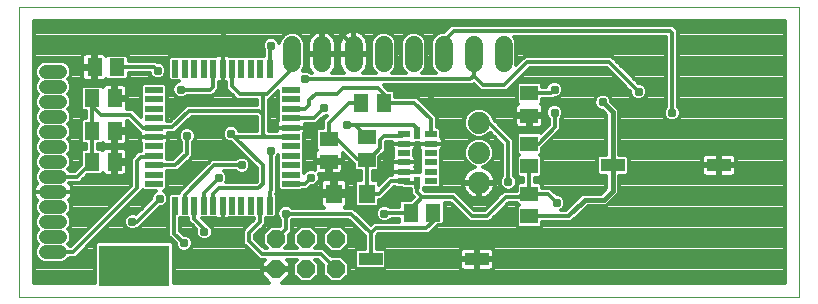
<source format=gtl>
G75*
%MOIN*%
%OFA0B0*%
%FSLAX25Y25*%
%IPPOS*%
%LPD*%
%AMOC8*
5,1,8,0,0,1.08239X$1,22.5*
%
%ADD10C,0.00000*%
%ADD11R,0.23622X0.13780*%
%ADD12R,0.05118X0.05906*%
%ADD13R,0.05906X0.05118*%
%ADD14R,0.05512X0.06299*%
%ADD15R,0.01969X0.05906*%
%ADD16R,0.05906X0.01969*%
%ADD17OC8,0.06000*%
%ADD18R,0.04424X0.01969*%
%ADD19R,0.01969X0.04424*%
%ADD20C,0.04756*%
%ADD21C,0.06000*%
%ADD22R,0.07900X0.04300*%
%ADD23C,0.07400*%
%ADD24C,0.01400*%
%ADD25C,0.02800*%
%ADD26C,0.03100*%
%ADD27C,0.01200*%
%ADD28C,0.01600*%
D10*
X0014912Y0005985D02*
X0014912Y0102441D01*
X0274754Y0102441D01*
X0274754Y0005985D01*
X0014912Y0005985D01*
D11*
X0053210Y0016232D03*
D12*
X0046602Y0050968D03*
X0039122Y0050968D03*
X0039114Y0061187D03*
X0046594Y0061187D03*
X0046594Y0072111D03*
X0039114Y0072111D03*
X0039915Y0082430D03*
X0047396Y0082430D03*
X0128904Y0070706D03*
X0136385Y0070706D03*
X0145261Y0034040D03*
X0152741Y0034040D03*
D13*
X0184880Y0032782D03*
X0184880Y0040262D03*
X0184880Y0049582D03*
X0184880Y0057062D03*
X0184880Y0066382D03*
X0184880Y0073862D03*
X0130649Y0059196D03*
X0118039Y0058533D03*
X0130649Y0051715D03*
X0118039Y0051052D03*
D14*
X0119770Y0040399D03*
X0130793Y0040399D03*
D15*
X0098330Y0036393D03*
X0095180Y0036393D03*
X0092031Y0036393D03*
X0088881Y0036393D03*
X0085732Y0036393D03*
X0082582Y0036393D03*
X0079432Y0036393D03*
X0076283Y0036393D03*
X0073133Y0036393D03*
X0069984Y0036393D03*
X0066834Y0036393D03*
X0066834Y0082062D03*
X0069984Y0082062D03*
X0073133Y0082062D03*
X0076283Y0082062D03*
X0079432Y0082062D03*
X0082582Y0082062D03*
X0085732Y0082062D03*
X0088881Y0082062D03*
X0092031Y0082062D03*
X0095180Y0082062D03*
X0098330Y0082062D03*
D16*
X0105417Y0074976D03*
X0105417Y0071826D03*
X0105417Y0068677D03*
X0105417Y0065527D03*
X0105417Y0062377D03*
X0105417Y0059228D03*
X0105417Y0056078D03*
X0105417Y0052929D03*
X0105417Y0049779D03*
X0105417Y0046629D03*
X0105417Y0043480D03*
X0059747Y0043480D03*
X0059747Y0046629D03*
X0059747Y0049779D03*
X0059747Y0052929D03*
X0059747Y0056078D03*
X0059747Y0059228D03*
X0059747Y0062377D03*
X0059747Y0065527D03*
X0059747Y0068677D03*
X0059747Y0071826D03*
X0059747Y0074976D03*
D17*
X0100406Y0025167D03*
X0110406Y0025167D03*
X0120406Y0025167D03*
X0120406Y0015167D03*
X0110406Y0015167D03*
X0100406Y0015167D03*
D18*
X0143060Y0044447D03*
X0143060Y0047596D03*
X0143060Y0050746D03*
X0143060Y0053895D03*
X0143060Y0057045D03*
X0143060Y0060195D03*
X0152021Y0060195D03*
X0152021Y0057045D03*
X0152021Y0053895D03*
X0152021Y0050746D03*
X0152021Y0047596D03*
X0151991Y0044447D03*
D19*
X0147540Y0044053D03*
X0147540Y0060588D03*
D20*
X0028471Y0060957D02*
X0023715Y0060957D01*
X0023715Y0055957D02*
X0028471Y0055957D01*
X0028471Y0050957D02*
X0023715Y0050957D01*
X0023715Y0045957D02*
X0028471Y0045957D01*
X0028471Y0040957D02*
X0023715Y0040957D01*
X0023715Y0035957D02*
X0028471Y0035957D01*
X0028471Y0030957D02*
X0023715Y0030957D01*
X0023715Y0025957D02*
X0028471Y0025957D01*
X0028471Y0020957D02*
X0023715Y0020957D01*
X0023715Y0065957D02*
X0028471Y0065957D01*
X0028471Y0070957D02*
X0023715Y0070957D01*
X0023715Y0075957D02*
X0028471Y0075957D01*
X0028471Y0080957D02*
X0023715Y0080957D01*
D21*
X0105779Y0083777D02*
X0105779Y0089777D01*
X0115779Y0089777D02*
X0115779Y0083777D01*
X0126280Y0083922D02*
X0126280Y0089922D01*
X0136280Y0089922D02*
X0136280Y0083922D01*
X0146280Y0083922D02*
X0146280Y0089922D01*
X0156280Y0089922D02*
X0156280Y0083922D01*
X0166280Y0083922D02*
X0166280Y0089922D01*
X0176280Y0089922D02*
X0176280Y0083922D01*
D22*
X0212680Y0049822D03*
X0248080Y0049822D03*
X0167388Y0018551D03*
X0131988Y0018551D03*
D23*
X0168080Y0044022D03*
X0168080Y0054022D03*
X0168080Y0064022D03*
D24*
X0171380Y0064022D01*
X0177880Y0057522D01*
X0177880Y0044222D01*
X0175880Y0046252D02*
X0175464Y0045836D01*
X0175030Y0044789D01*
X0175030Y0043655D01*
X0175464Y0042607D01*
X0176266Y0041806D01*
X0177313Y0041372D01*
X0178447Y0041372D01*
X0179494Y0041806D01*
X0180296Y0042607D01*
X0180730Y0043655D01*
X0180730Y0044789D01*
X0180296Y0045836D01*
X0179880Y0046252D01*
X0179880Y0058350D01*
X0173380Y0064850D01*
X0172985Y0065245D01*
X0172319Y0066854D01*
X0170912Y0068261D01*
X0169075Y0069022D01*
X0167085Y0069022D01*
X0165248Y0068261D01*
X0163841Y0066854D01*
X0163080Y0065016D01*
X0163080Y0063027D01*
X0163841Y0061189D01*
X0165248Y0059783D01*
X0167085Y0059022D01*
X0169075Y0059022D01*
X0170912Y0059783D01*
X0171851Y0060722D01*
X0175880Y0056693D01*
X0175880Y0046252D01*
X0175880Y0046542D02*
X0172857Y0046542D01*
X0172698Y0046852D02*
X0172199Y0047540D01*
X0171598Y0048141D01*
X0170910Y0048640D01*
X0170153Y0049026D01*
X0169555Y0049221D01*
X0170912Y0049783D01*
X0172319Y0051189D01*
X0173080Y0053027D01*
X0173080Y0055016D01*
X0172319Y0056854D01*
X0170912Y0058261D01*
X0169075Y0059022D01*
X0167085Y0059022D01*
X0165248Y0058261D01*
X0163841Y0056854D01*
X0163080Y0055016D01*
X0163080Y0053027D01*
X0163841Y0051189D01*
X0165248Y0049783D01*
X0166606Y0049221D01*
X0166007Y0049026D01*
X0165250Y0048640D01*
X0164562Y0048141D01*
X0163961Y0047540D01*
X0163462Y0046852D01*
X0163076Y0046095D01*
X0162813Y0045286D01*
X0162680Y0044447D01*
X0162680Y0044322D01*
X0167780Y0044322D01*
X0167780Y0043722D01*
X0162680Y0043722D01*
X0162680Y0043597D01*
X0162813Y0042757D01*
X0163076Y0041949D01*
X0163462Y0041192D01*
X0163961Y0040504D01*
X0164562Y0039903D01*
X0165250Y0039403D01*
X0166007Y0039017D01*
X0166816Y0038755D01*
X0167655Y0038622D01*
X0167780Y0038622D01*
X0167780Y0043722D01*
X0168380Y0043722D01*
X0168380Y0044322D01*
X0173480Y0044322D01*
X0173480Y0044447D01*
X0173347Y0045286D01*
X0173084Y0046095D01*
X0172698Y0046852D01*
X0171798Y0047940D02*
X0175880Y0047940D01*
X0179880Y0047940D02*
X0180627Y0047940D01*
X0180627Y0046542D02*
X0179880Y0046542D01*
X0180627Y0046484D02*
X0181389Y0045723D01*
X0182880Y0045723D01*
X0182880Y0044121D01*
X0181389Y0044121D01*
X0180627Y0043359D01*
X0180627Y0041397D01*
X0180552Y0041322D01*
X0176352Y0041322D01*
X0175180Y0040150D01*
X0170052Y0035022D01*
X0166426Y0035022D01*
X0160126Y0041322D01*
X0150008Y0041322D01*
X0149825Y0041505D01*
X0149825Y0042162D01*
X0154742Y0042162D01*
X0155503Y0042924D01*
X0155503Y0045969D01*
X0155466Y0046006D01*
X0155533Y0046073D01*
X0155533Y0049119D01*
X0155481Y0049171D01*
X0155533Y0049223D01*
X0155533Y0052269D01*
X0155481Y0052321D01*
X0155533Y0052373D01*
X0155533Y0054957D01*
X0155594Y0055017D01*
X0155818Y0055405D01*
X0155933Y0055837D01*
X0155933Y0057045D01*
X0152021Y0057045D01*
X0148109Y0057045D01*
X0148109Y0055837D01*
X0148225Y0055405D01*
X0148449Y0055017D01*
X0148509Y0054957D01*
X0148509Y0052373D01*
X0148561Y0052321D01*
X0148509Y0052269D01*
X0148509Y0049223D01*
X0148561Y0049171D01*
X0148509Y0049119D01*
X0148509Y0047565D01*
X0146972Y0047565D01*
X0146972Y0047596D01*
X0143060Y0047596D01*
X0143060Y0047596D01*
X0146972Y0047596D01*
X0146972Y0048804D01*
X0146874Y0049171D01*
X0146972Y0049538D01*
X0146972Y0050746D01*
X0146972Y0051954D01*
X0146856Y0052386D01*
X0146632Y0052774D01*
X0146572Y0052834D01*
X0146572Y0054957D01*
X0146632Y0055017D01*
X0146856Y0055405D01*
X0146972Y0055837D01*
X0146972Y0057045D01*
X0143060Y0057045D01*
X0143060Y0057045D01*
X0146972Y0057045D01*
X0146972Y0057076D01*
X0148109Y0057076D01*
X0148109Y0057045D01*
X0152021Y0057045D01*
X0152021Y0057045D01*
X0155933Y0057045D01*
X0155933Y0058253D01*
X0155818Y0058685D01*
X0155594Y0059073D01*
X0155533Y0059133D01*
X0155533Y0061717D01*
X0154772Y0062479D01*
X0153980Y0062479D01*
X0153980Y0066050D01*
X0152808Y0067222D01*
X0147324Y0072706D01*
X0140244Y0072706D01*
X0140244Y0074197D01*
X0139482Y0074959D01*
X0137871Y0074959D01*
X0137208Y0075622D01*
X0136308Y0076522D01*
X0166008Y0076522D01*
X0166280Y0076793D01*
X0168652Y0074422D01*
X0177308Y0074422D01*
X0185008Y0082122D01*
X0210652Y0082122D01*
X0218430Y0074343D01*
X0218430Y0073755D01*
X0218864Y0072707D01*
X0219666Y0071906D01*
X0220713Y0071472D01*
X0221847Y0071472D01*
X0222894Y0071906D01*
X0223696Y0072707D01*
X0224130Y0073755D01*
X0224130Y0074889D01*
X0223696Y0075936D01*
X0222894Y0076738D01*
X0221847Y0077172D01*
X0221258Y0077172D01*
X0212308Y0086122D01*
X0183352Y0086122D01*
X0182180Y0084950D01*
X0180580Y0083350D01*
X0180580Y0090777D01*
X0179925Y0092358D01*
X0179661Y0092622D01*
X0230480Y0092622D01*
X0230480Y0069352D01*
X0230064Y0068936D01*
X0229630Y0067889D01*
X0229630Y0066755D01*
X0230064Y0065707D01*
X0230866Y0064906D01*
X0231913Y0064472D01*
X0233047Y0064472D01*
X0234094Y0064906D01*
X0234896Y0065707D01*
X0235330Y0066755D01*
X0235330Y0067889D01*
X0234896Y0068936D01*
X0234480Y0069352D01*
X0234480Y0094750D01*
X0233308Y0095922D01*
X0232608Y0096622D01*
X0158852Y0096622D01*
X0157680Y0095450D01*
X0156452Y0094222D01*
X0155425Y0094222D01*
X0153844Y0093567D01*
X0152635Y0092358D01*
X0151980Y0090777D01*
X0151980Y0083066D01*
X0152635Y0081486D01*
X0153599Y0080522D01*
X0148961Y0080522D01*
X0149925Y0081486D01*
X0150580Y0083066D01*
X0150580Y0090777D01*
X0149925Y0092358D01*
X0148716Y0093567D01*
X0147135Y0094222D01*
X0145425Y0094222D01*
X0143844Y0093567D01*
X0142635Y0092358D01*
X0141980Y0090777D01*
X0141980Y0083066D01*
X0142635Y0081486D01*
X0143599Y0080522D01*
X0138961Y0080522D01*
X0139925Y0081486D01*
X0140580Y0083066D01*
X0140580Y0090777D01*
X0139925Y0092358D01*
X0138716Y0093567D01*
X0137135Y0094222D01*
X0135425Y0094222D01*
X0133844Y0093567D01*
X0132635Y0092358D01*
X0131980Y0090777D01*
X0131980Y0083066D01*
X0132635Y0081486D01*
X0133599Y0080522D01*
X0129527Y0080522D01*
X0129865Y0080860D01*
X0130300Y0081458D01*
X0130636Y0082118D01*
X0130864Y0082821D01*
X0130980Y0083552D01*
X0130980Y0086622D01*
X0126580Y0086622D01*
X0126580Y0087222D01*
X0125980Y0087222D01*
X0125980Y0094622D01*
X0125910Y0094622D01*
X0125179Y0094506D01*
X0124476Y0094277D01*
X0123817Y0093942D01*
X0123218Y0093507D01*
X0122695Y0092984D01*
X0122260Y0092385D01*
X0121924Y0091726D01*
X0121696Y0091022D01*
X0121580Y0090292D01*
X0121580Y0087222D01*
X0125980Y0087222D01*
X0125980Y0086622D01*
X0121580Y0086622D01*
X0121580Y0083552D01*
X0121696Y0082821D01*
X0121924Y0082118D01*
X0122260Y0081458D01*
X0122695Y0080860D01*
X0123033Y0080522D01*
X0119171Y0080522D01*
X0119364Y0080715D01*
X0119799Y0081314D01*
X0120135Y0081973D01*
X0120363Y0082676D01*
X0120479Y0083407D01*
X0120479Y0086477D01*
X0116079Y0086477D01*
X0116079Y0087077D01*
X0115479Y0087077D01*
X0115479Y0086477D01*
X0111079Y0086477D01*
X0111079Y0083407D01*
X0111195Y0082676D01*
X0111424Y0081973D01*
X0111759Y0081314D01*
X0112194Y0080715D01*
X0112388Y0080522D01*
X0112011Y0080522D01*
X0111594Y0080938D01*
X0110547Y0081372D01*
X0109437Y0081372D01*
X0110079Y0082922D01*
X0110079Y0090632D01*
X0109425Y0092213D01*
X0108215Y0093422D01*
X0106635Y0094077D01*
X0104924Y0094077D01*
X0103343Y0093422D01*
X0102134Y0092213D01*
X0101483Y0090642D01*
X0101196Y0091336D01*
X0100394Y0092138D01*
X0099347Y0092572D01*
X0098213Y0092572D01*
X0097166Y0092138D01*
X0096364Y0091336D01*
X0095930Y0090289D01*
X0095930Y0089155D01*
X0096330Y0088189D01*
X0096330Y0086315D01*
X0093658Y0086315D01*
X0093606Y0086263D01*
X0093554Y0086315D01*
X0090508Y0086315D01*
X0090456Y0086263D01*
X0090404Y0086315D01*
X0087358Y0086315D01*
X0087306Y0086263D01*
X0087254Y0086315D01*
X0084670Y0086315D01*
X0084610Y0086376D01*
X0084222Y0086599D01*
X0083790Y0086715D01*
X0082582Y0086715D01*
X0081374Y0086715D01*
X0080942Y0086599D01*
X0080554Y0086376D01*
X0080494Y0086315D01*
X0077910Y0086315D01*
X0077858Y0086263D01*
X0077806Y0086315D01*
X0074760Y0086315D01*
X0074708Y0086263D01*
X0074656Y0086315D01*
X0071610Y0086315D01*
X0071558Y0086263D01*
X0071506Y0086315D01*
X0068461Y0086315D01*
X0068409Y0086263D01*
X0068357Y0086315D01*
X0065311Y0086315D01*
X0064550Y0085554D01*
X0064550Y0078571D01*
X0065311Y0077810D01*
X0067963Y0077810D01*
X0067066Y0077438D01*
X0066264Y0076636D01*
X0065830Y0075589D01*
X0065830Y0074455D01*
X0066264Y0073407D01*
X0067066Y0072606D01*
X0068113Y0072172D01*
X0069247Y0072172D01*
X0070294Y0072606D01*
X0070711Y0073022D01*
X0079308Y0073022D01*
X0080261Y0073974D01*
X0081432Y0075146D01*
X0081432Y0077410D01*
X0082582Y0077410D01*
X0083732Y0077410D01*
X0083732Y0075342D01*
X0084903Y0074170D01*
X0087452Y0071622D01*
X0093980Y0071622D01*
X0093980Y0069977D01*
X0070607Y0069977D01*
X0065052Y0064422D01*
X0064000Y0064422D01*
X0064000Y0067050D01*
X0063948Y0067102D01*
X0064000Y0067154D01*
X0064000Y0070199D01*
X0063948Y0070251D01*
X0064000Y0070303D01*
X0064000Y0073349D01*
X0063948Y0073401D01*
X0064000Y0073453D01*
X0064000Y0076499D01*
X0063239Y0077260D01*
X0056256Y0077260D01*
X0055495Y0076499D01*
X0055495Y0073453D01*
X0055547Y0073401D01*
X0055495Y0073349D01*
X0055495Y0070303D01*
X0055547Y0070251D01*
X0055495Y0070199D01*
X0055495Y0067154D01*
X0055547Y0067102D01*
X0055495Y0067050D01*
X0055495Y0065836D01*
X0053880Y0067450D01*
X0052708Y0068622D01*
X0050769Y0068622D01*
X0050853Y0068935D01*
X0050853Y0071532D01*
X0047174Y0071532D01*
X0047174Y0072691D01*
X0050853Y0072691D01*
X0050853Y0075288D01*
X0050737Y0075720D01*
X0050513Y0076108D01*
X0050197Y0076424D01*
X0049809Y0076648D01*
X0049377Y0076764D01*
X0047173Y0076764D01*
X0047173Y0072691D01*
X0046014Y0072691D01*
X0046014Y0076764D01*
X0043811Y0076764D01*
X0043379Y0076648D01*
X0042991Y0076424D01*
X0042675Y0076108D01*
X0042599Y0075976D01*
X0042211Y0076364D01*
X0036016Y0076364D01*
X0035255Y0075602D01*
X0035255Y0068620D01*
X0036016Y0067859D01*
X0037114Y0067859D01*
X0037114Y0065440D01*
X0036016Y0065440D01*
X0035255Y0064678D01*
X0035255Y0057696D01*
X0036016Y0056934D01*
X0037122Y0056934D01*
X0037122Y0055221D01*
X0036024Y0055221D01*
X0035263Y0054459D01*
X0035263Y0049937D01*
X0033283Y0047957D01*
X0031623Y0047957D01*
X0031589Y0048041D01*
X0031172Y0048457D01*
X0031589Y0048874D01*
X0032149Y0050226D01*
X0032149Y0051689D01*
X0031589Y0053041D01*
X0031172Y0053457D01*
X0031589Y0053874D01*
X0032149Y0055226D01*
X0032149Y0056689D01*
X0031589Y0058041D01*
X0031172Y0058457D01*
X0031589Y0058874D01*
X0032149Y0060226D01*
X0032149Y0061689D01*
X0031589Y0063041D01*
X0031172Y0063457D01*
X0031589Y0063874D01*
X0032149Y0065226D01*
X0032149Y0066689D01*
X0031589Y0068041D01*
X0031172Y0068457D01*
X0031589Y0068874D01*
X0032149Y0070226D01*
X0032149Y0071689D01*
X0031589Y0073041D01*
X0031172Y0073457D01*
X0031589Y0073874D01*
X0032149Y0075226D01*
X0032149Y0076689D01*
X0031589Y0078041D01*
X0031172Y0078457D01*
X0031589Y0078874D01*
X0032149Y0080226D01*
X0032149Y0081689D01*
X0031589Y0083041D01*
X0030554Y0084075D01*
X0029202Y0084635D01*
X0022983Y0084635D01*
X0021631Y0084075D01*
X0020597Y0083041D01*
X0020037Y0081689D01*
X0020037Y0080226D01*
X0020597Y0078874D01*
X0021013Y0078457D01*
X0020597Y0078041D01*
X0020037Y0076689D01*
X0020037Y0075226D01*
X0020597Y0073874D01*
X0021013Y0073457D01*
X0020597Y0073041D01*
X0020037Y0071689D01*
X0020037Y0070226D01*
X0020597Y0068874D01*
X0021013Y0068457D01*
X0020597Y0068041D01*
X0020037Y0066689D01*
X0020037Y0065226D01*
X0020597Y0063874D01*
X0021013Y0063457D01*
X0020597Y0063041D01*
X0020037Y0061689D01*
X0020037Y0060226D01*
X0020597Y0058874D01*
X0021013Y0058457D01*
X0020597Y0058041D01*
X0020037Y0056689D01*
X0020037Y0055226D01*
X0020597Y0053874D01*
X0021013Y0053457D01*
X0020597Y0053041D01*
X0020037Y0051689D01*
X0020037Y0050226D01*
X0020597Y0048874D01*
X0021013Y0048457D01*
X0020597Y0048041D01*
X0020037Y0046689D01*
X0020037Y0045226D01*
X0020597Y0043874D01*
X0020730Y0043740D01*
X0020604Y0043614D01*
X0020227Y0043095D01*
X0019935Y0042523D01*
X0019737Y0041912D01*
X0019637Y0041278D01*
X0019637Y0040957D01*
X0019637Y0040636D01*
X0019737Y0040002D01*
X0019935Y0039392D01*
X0020227Y0038820D01*
X0020604Y0038301D01*
X0020730Y0038174D01*
X0020597Y0038041D01*
X0020037Y0036689D01*
X0020037Y0035226D01*
X0020597Y0033874D01*
X0021013Y0033457D01*
X0020597Y0033041D01*
X0020037Y0031689D01*
X0020037Y0030226D01*
X0020597Y0028874D01*
X0021013Y0028457D01*
X0020597Y0028041D01*
X0020037Y0026689D01*
X0020037Y0025226D01*
X0020597Y0023874D01*
X0021013Y0023457D01*
X0020597Y0023041D01*
X0020037Y0021689D01*
X0020037Y0020226D01*
X0020597Y0018874D01*
X0021631Y0017839D01*
X0022983Y0017279D01*
X0029202Y0017279D01*
X0030554Y0017839D01*
X0031589Y0018874D01*
X0031623Y0018957D01*
X0033644Y0018957D01*
X0054808Y0040122D01*
X0055980Y0041293D01*
X0055980Y0041472D01*
X0056256Y0041195D01*
X0060446Y0041195D01*
X0060066Y0041038D01*
X0059264Y0040236D01*
X0058830Y0039189D01*
X0058830Y0038600D01*
X0053751Y0033521D01*
X0053147Y0033772D01*
X0052013Y0033772D01*
X0050966Y0033338D01*
X0050164Y0032536D01*
X0049730Y0031489D01*
X0049730Y0030355D01*
X0050164Y0029307D01*
X0050966Y0028506D01*
X0052013Y0028072D01*
X0053147Y0028072D01*
X0054194Y0028506D01*
X0054611Y0028922D01*
X0054808Y0028922D01*
X0061658Y0035772D01*
X0062247Y0035772D01*
X0063294Y0036206D01*
X0064096Y0037007D01*
X0064530Y0038055D01*
X0064530Y0039189D01*
X0064096Y0040236D01*
X0063294Y0041038D01*
X0062914Y0041195D01*
X0063239Y0041195D01*
X0064000Y0041957D01*
X0064000Y0045002D01*
X0063948Y0045055D01*
X0064000Y0045107D01*
X0064000Y0047822D01*
X0067708Y0047822D01*
X0071608Y0051722D01*
X0072780Y0052893D01*
X0072780Y0057591D01*
X0073196Y0058007D01*
X0073630Y0059055D01*
X0073630Y0060189D01*
X0073196Y0061236D01*
X0072394Y0062038D01*
X0071347Y0062472D01*
X0070213Y0062472D01*
X0069166Y0062038D01*
X0068364Y0061236D01*
X0067930Y0060189D01*
X0067930Y0059055D01*
X0068364Y0058007D01*
X0068780Y0057591D01*
X0068780Y0054550D01*
X0066052Y0051822D01*
X0064000Y0051822D01*
X0064000Y0054451D01*
X0063948Y0054503D01*
X0064000Y0054555D01*
X0064000Y0057139D01*
X0064060Y0057200D01*
X0064284Y0057587D01*
X0064400Y0058020D01*
X0064400Y0059228D01*
X0064400Y0060422D01*
X0066708Y0060422D01*
X0067880Y0061593D01*
X0072264Y0065977D01*
X0093796Y0065977D01*
X0093980Y0065793D01*
X0093980Y0063250D01*
X0093936Y0063206D01*
X0093936Y0061549D01*
X0093980Y0061505D01*
X0093980Y0061228D01*
X0088190Y0061228D01*
X0087896Y0061936D01*
X0087094Y0062738D01*
X0086047Y0063172D01*
X0084913Y0063172D01*
X0083866Y0062738D01*
X0083064Y0061936D01*
X0082630Y0060889D01*
X0082630Y0059755D01*
X0083064Y0058707D01*
X0083866Y0057906D01*
X0084913Y0057472D01*
X0085502Y0057472D01*
X0086052Y0056922D01*
X0093980Y0048993D01*
X0093980Y0044350D01*
X0093752Y0044122D01*
X0083743Y0044122D01*
X0084130Y0045055D01*
X0084130Y0046189D01*
X0083696Y0047236D01*
X0083110Y0047822D01*
X0086950Y0047822D01*
X0087366Y0047406D01*
X0088413Y0046972D01*
X0089547Y0046972D01*
X0090594Y0047406D01*
X0091396Y0048207D01*
X0091830Y0049255D01*
X0091830Y0050389D01*
X0091396Y0051436D01*
X0090594Y0052238D01*
X0089547Y0052672D01*
X0088413Y0052672D01*
X0087366Y0052238D01*
X0086950Y0051822D01*
X0079052Y0051822D01*
X0077880Y0050650D01*
X0067984Y0040754D01*
X0067984Y0040646D01*
X0065311Y0040646D01*
X0064550Y0039884D01*
X0064550Y0032902D01*
X0064580Y0032872D01*
X0064580Y0026193D01*
X0066930Y0023843D01*
X0066930Y0023255D01*
X0067364Y0022207D01*
X0068166Y0021406D01*
X0069213Y0020972D01*
X0070347Y0020972D01*
X0071394Y0021406D01*
X0072196Y0022207D01*
X0072630Y0023255D01*
X0072630Y0024389D01*
X0072196Y0025436D01*
X0071394Y0026238D01*
X0070347Y0026672D01*
X0069758Y0026672D01*
X0068580Y0027850D01*
X0068580Y0032140D01*
X0071133Y0032140D01*
X0071133Y0031240D01*
X0073863Y0028510D01*
X0073730Y0028189D01*
X0073730Y0027055D01*
X0074164Y0026007D01*
X0074966Y0025206D01*
X0076013Y0024772D01*
X0077147Y0024772D01*
X0078194Y0025206D01*
X0078996Y0026007D01*
X0079430Y0027055D01*
X0079430Y0028189D01*
X0078996Y0029236D01*
X0078194Y0030038D01*
X0077849Y0030181D01*
X0077408Y0030622D01*
X0075890Y0032140D01*
X0077806Y0032140D01*
X0077858Y0032192D01*
X0077910Y0032140D01*
X0080494Y0032140D01*
X0080554Y0032080D01*
X0080942Y0031856D01*
X0081374Y0031740D01*
X0082582Y0031740D01*
X0083790Y0031740D01*
X0084222Y0031856D01*
X0084610Y0032080D01*
X0084670Y0032140D01*
X0087254Y0032140D01*
X0087306Y0032192D01*
X0087358Y0032140D01*
X0090404Y0032140D01*
X0090456Y0032192D01*
X0090508Y0032140D01*
X0093180Y0032140D01*
X0093180Y0031751D01*
X0089580Y0028150D01*
X0089580Y0023693D01*
X0095052Y0018222D01*
X0096814Y0018222D01*
X0095706Y0017113D01*
X0095706Y0015467D01*
X0100106Y0015467D01*
X0100106Y0014867D01*
X0095706Y0014867D01*
X0095706Y0013220D01*
X0098241Y0010685D01*
X0066321Y0010685D01*
X0066321Y0023660D01*
X0065559Y0024422D01*
X0040860Y0024422D01*
X0040099Y0023660D01*
X0040099Y0010685D01*
X0019612Y0010685D01*
X0019612Y0097741D01*
X0270054Y0097741D01*
X0270054Y0010685D01*
X0102571Y0010685D01*
X0105106Y0013220D01*
X0105106Y0014867D01*
X0100706Y0014867D01*
X0100706Y0015467D01*
X0105106Y0015467D01*
X0105106Y0017113D01*
X0103998Y0018222D01*
X0107380Y0018222D01*
X0106106Y0016948D01*
X0106106Y0013386D01*
X0108625Y0010867D01*
X0112187Y0010867D01*
X0114706Y0013386D01*
X0114706Y0016948D01*
X0113432Y0018222D01*
X0114522Y0018222D01*
X0116106Y0016638D01*
X0116106Y0013386D01*
X0118625Y0010867D01*
X0122187Y0010867D01*
X0124706Y0013386D01*
X0124706Y0016948D01*
X0122187Y0019467D01*
X0118934Y0019467D01*
X0117351Y0021050D01*
X0116179Y0022222D01*
X0113542Y0022222D01*
X0114706Y0023386D01*
X0114706Y0026948D01*
X0112187Y0029467D01*
X0108625Y0029467D01*
X0106106Y0026948D01*
X0106106Y0023386D01*
X0107270Y0022222D01*
X0103542Y0022222D01*
X0104706Y0023386D01*
X0104706Y0026638D01*
X0105680Y0027612D01*
X0105680Y0031691D01*
X0105711Y0031722D01*
X0124552Y0031722D01*
X0129988Y0026285D01*
X0129988Y0022001D01*
X0127500Y0022001D01*
X0126738Y0021239D01*
X0126738Y0015862D01*
X0127500Y0015101D01*
X0136476Y0015101D01*
X0137238Y0015862D01*
X0137238Y0021239D01*
X0136476Y0022001D01*
X0133988Y0022001D01*
X0133988Y0026285D01*
X0134524Y0026822D01*
X0151408Y0026822D01*
X0152580Y0027993D01*
X0154374Y0029788D01*
X0155839Y0029788D01*
X0156600Y0030549D01*
X0156600Y0037322D01*
X0158469Y0037322D01*
X0163597Y0032193D01*
X0164769Y0031022D01*
X0171708Y0031022D01*
X0178008Y0037322D01*
X0180627Y0037322D01*
X0180627Y0037164D01*
X0181270Y0036522D01*
X0180627Y0035879D01*
X0180627Y0029684D01*
X0181389Y0028923D01*
X0188371Y0028923D01*
X0189133Y0029684D01*
X0189133Y0030782D01*
X0198768Y0030782D01*
X0200308Y0032322D01*
X0200450Y0032322D01*
X0204250Y0036122D01*
X0210550Y0036122D01*
X0213550Y0039122D01*
X0214780Y0040352D01*
X0214780Y0046372D01*
X0217168Y0046372D01*
X0217930Y0047133D01*
X0217930Y0052510D01*
X0217168Y0053272D01*
X0214780Y0053272D01*
X0214780Y0068392D01*
X0213550Y0069622D01*
X0212230Y0070942D01*
X0212230Y0071389D01*
X0211796Y0072436D01*
X0210994Y0073238D01*
X0209947Y0073672D01*
X0208813Y0073672D01*
X0207766Y0073238D01*
X0206964Y0072436D01*
X0206530Y0071389D01*
X0206530Y0070255D01*
X0206964Y0069207D01*
X0207766Y0068406D01*
X0208813Y0067972D01*
X0209260Y0067972D01*
X0210580Y0066652D01*
X0210580Y0053272D01*
X0208192Y0053272D01*
X0207430Y0052510D01*
X0207430Y0047133D01*
X0208192Y0046372D01*
X0210580Y0046372D01*
X0210580Y0042092D01*
X0208810Y0040322D01*
X0202510Y0040322D01*
X0201280Y0039092D01*
X0197480Y0035292D01*
X0197480Y0035150D01*
X0197111Y0034782D01*
X0195536Y0034782D01*
X0195594Y0034806D01*
X0196396Y0035607D01*
X0196830Y0036655D01*
X0196830Y0037789D01*
X0196396Y0038836D01*
X0195594Y0039638D01*
X0194547Y0040072D01*
X0193958Y0040072D01*
X0191768Y0042262D01*
X0189133Y0042262D01*
X0189133Y0043359D01*
X0188371Y0044121D01*
X0186880Y0044121D01*
X0186880Y0045723D01*
X0188371Y0045723D01*
X0189133Y0046484D01*
X0189133Y0052679D01*
X0188490Y0053322D01*
X0189133Y0053964D01*
X0189133Y0055446D01*
X0194108Y0060422D01*
X0195280Y0061593D01*
X0195280Y0065291D01*
X0195696Y0065707D01*
X0196130Y0066755D01*
X0196130Y0067889D01*
X0195696Y0068936D01*
X0194894Y0069738D01*
X0193847Y0070172D01*
X0192713Y0070172D01*
X0191666Y0069738D01*
X0190864Y0068936D01*
X0190430Y0067889D01*
X0190430Y0066755D01*
X0190864Y0065707D01*
X0191280Y0065291D01*
X0191280Y0063250D01*
X0188661Y0060631D01*
X0188371Y0060921D01*
X0181389Y0060921D01*
X0180627Y0060159D01*
X0180627Y0053964D01*
X0181270Y0053322D01*
X0180627Y0052679D01*
X0180627Y0046484D01*
X0180583Y0045143D02*
X0182880Y0045143D01*
X0186880Y0045143D02*
X0210580Y0045143D01*
X0208022Y0046542D02*
X0189133Y0046542D01*
X0189133Y0047940D02*
X0207430Y0047940D01*
X0207430Y0049339D02*
X0189133Y0049339D01*
X0189133Y0050737D02*
X0207430Y0050737D01*
X0207430Y0052136D02*
X0189133Y0052136D01*
X0188703Y0053534D02*
X0210580Y0053534D01*
X0210580Y0054933D02*
X0189133Y0054933D01*
X0190018Y0056331D02*
X0210580Y0056331D01*
X0210580Y0057730D02*
X0191416Y0057730D01*
X0192815Y0059128D02*
X0210580Y0059128D01*
X0210580Y0060527D02*
X0194213Y0060527D01*
X0195280Y0061925D02*
X0210580Y0061925D01*
X0210580Y0063324D02*
X0195280Y0063324D01*
X0193280Y0062422D02*
X0193280Y0067322D01*
X0190693Y0066121D02*
X0185460Y0066121D01*
X0185460Y0065802D02*
X0185460Y0066961D01*
X0189533Y0066961D01*
X0189533Y0069164D01*
X0189417Y0069597D01*
X0189193Y0069984D01*
X0188877Y0070301D01*
X0188745Y0070377D01*
X0189133Y0070764D01*
X0189133Y0071862D01*
X0192949Y0071862D01*
X0193258Y0072172D01*
X0193847Y0072172D01*
X0194894Y0072606D01*
X0195696Y0073407D01*
X0196130Y0074455D01*
X0196130Y0075589D01*
X0195696Y0076636D01*
X0194894Y0077438D01*
X0193847Y0077872D01*
X0192713Y0077872D01*
X0191666Y0077438D01*
X0190864Y0076636D01*
X0190543Y0075862D01*
X0189133Y0075862D01*
X0189133Y0076959D01*
X0188371Y0077721D01*
X0181389Y0077721D01*
X0180627Y0076959D01*
X0180627Y0070764D01*
X0181015Y0070377D01*
X0180883Y0070301D01*
X0180567Y0069984D01*
X0180343Y0069597D01*
X0180227Y0069164D01*
X0180227Y0066961D01*
X0184300Y0066961D01*
X0184300Y0065802D01*
X0180227Y0065802D01*
X0180227Y0063599D01*
X0180343Y0063166D01*
X0180567Y0062779D01*
X0180883Y0062462D01*
X0181271Y0062238D01*
X0181703Y0062123D01*
X0184300Y0062123D01*
X0184300Y0065802D01*
X0185460Y0065802D01*
X0189533Y0065802D01*
X0189533Y0063599D01*
X0189417Y0063166D01*
X0189193Y0062779D01*
X0188877Y0062462D01*
X0188489Y0062238D01*
X0188057Y0062123D01*
X0185460Y0062123D01*
X0185460Y0065802D01*
X0185460Y0064722D02*
X0184300Y0064722D01*
X0184300Y0066121D02*
X0172623Y0066121D01*
X0173508Y0064722D02*
X0180227Y0064722D01*
X0180301Y0063324D02*
X0174906Y0063324D01*
X0176305Y0061925D02*
X0189955Y0061925D01*
X0189459Y0063324D02*
X0191280Y0063324D01*
X0193280Y0062422D02*
X0187920Y0057062D01*
X0184880Y0057062D01*
X0180627Y0057730D02*
X0179880Y0057730D01*
X0179880Y0056331D02*
X0180627Y0056331D01*
X0180627Y0054933D02*
X0179880Y0054933D01*
X0175880Y0054933D02*
X0173080Y0054933D01*
X0172535Y0056331D02*
X0175880Y0056331D01*
X0174844Y0057730D02*
X0171443Y0057730D01*
X0173445Y0059128D02*
X0169331Y0059128D01*
X0166829Y0059128D02*
X0155539Y0059128D01*
X0155933Y0057730D02*
X0164717Y0057730D01*
X0163625Y0056331D02*
X0155933Y0056331D01*
X0155533Y0054933D02*
X0163080Y0054933D01*
X0163080Y0053534D02*
X0155533Y0053534D01*
X0155533Y0052136D02*
X0163449Y0052136D01*
X0164294Y0050737D02*
X0155533Y0050737D01*
X0155533Y0049339D02*
X0166321Y0049339D01*
X0169839Y0049339D02*
X0175880Y0049339D01*
X0175880Y0050737D02*
X0171866Y0050737D01*
X0172711Y0052136D02*
X0175880Y0052136D01*
X0175880Y0053534D02*
X0173080Y0053534D01*
X0179880Y0053534D02*
X0181058Y0053534D01*
X0180627Y0052136D02*
X0179880Y0052136D01*
X0179880Y0050737D02*
X0180627Y0050737D01*
X0180627Y0049339D02*
X0179880Y0049339D01*
X0184880Y0049582D02*
X0184880Y0040262D01*
X0190940Y0040262D01*
X0193980Y0037222D01*
X0196680Y0038151D02*
X0200339Y0038151D01*
X0198940Y0036752D02*
X0196830Y0036752D01*
X0196142Y0035354D02*
X0197542Y0035354D01*
X0199580Y0034422D02*
X0197940Y0032782D01*
X0184880Y0032782D01*
X0180627Y0032556D02*
X0173243Y0032556D01*
X0171845Y0031158D02*
X0180627Y0031158D01*
X0180627Y0029759D02*
X0154346Y0029759D01*
X0152741Y0030983D02*
X0150580Y0028822D01*
X0133696Y0028822D01*
X0131988Y0027114D01*
X0125380Y0033722D01*
X0103680Y0033722D01*
X0103680Y0028441D01*
X0100406Y0025167D01*
X0104706Y0025564D02*
X0106106Y0025564D01*
X0106121Y0026962D02*
X0105030Y0026962D01*
X0105680Y0028361D02*
X0107519Y0028361D01*
X0105680Y0029759D02*
X0126514Y0029759D01*
X0125115Y0031158D02*
X0105680Y0031158D01*
X0101680Y0031158D02*
X0097180Y0031158D01*
X0097180Y0032140D02*
X0097180Y0030094D01*
X0096009Y0028922D01*
X0096009Y0028922D01*
X0093580Y0026493D01*
X0093580Y0025350D01*
X0096708Y0022222D01*
X0097270Y0022222D01*
X0096106Y0023386D01*
X0096106Y0026948D01*
X0098625Y0029467D01*
X0101680Y0029467D01*
X0101680Y0031691D01*
X0101264Y0032107D01*
X0100830Y0033155D01*
X0100830Y0034289D01*
X0101264Y0035336D01*
X0102066Y0036138D01*
X0103113Y0036572D01*
X0104247Y0036572D01*
X0105294Y0036138D01*
X0105711Y0035722D01*
X0116260Y0035722D01*
X0115970Y0035889D01*
X0115654Y0036206D01*
X0115430Y0036593D01*
X0115314Y0037026D01*
X0115314Y0039721D01*
X0119092Y0039721D01*
X0119092Y0041077D01*
X0119092Y0045249D01*
X0116790Y0045249D01*
X0116358Y0045133D01*
X0115970Y0044909D01*
X0115654Y0044592D01*
X0115430Y0044205D01*
X0115314Y0043772D01*
X0115314Y0041077D01*
X0119092Y0041077D01*
X0120448Y0041077D01*
X0124226Y0041077D01*
X0124226Y0043772D01*
X0124110Y0044205D01*
X0123886Y0044592D01*
X0123570Y0044909D01*
X0123182Y0045133D01*
X0122749Y0045249D01*
X0120448Y0045249D01*
X0120448Y0041077D01*
X0120448Y0039721D01*
X0124226Y0039721D01*
X0124226Y0037026D01*
X0124110Y0036593D01*
X0123886Y0036206D01*
X0123570Y0035889D01*
X0123280Y0035722D01*
X0126208Y0035722D01*
X0127380Y0034550D01*
X0127380Y0034550D01*
X0131988Y0029942D01*
X0132868Y0030822D01*
X0141402Y0030822D01*
X0141402Y0032040D01*
X0138929Y0032040D01*
X0138194Y0031306D01*
X0137147Y0030872D01*
X0136013Y0030872D01*
X0134966Y0031306D01*
X0134164Y0032107D01*
X0133730Y0033155D01*
X0133730Y0034289D01*
X0134164Y0035336D01*
X0134966Y0036138D01*
X0136013Y0036572D01*
X0137147Y0036572D01*
X0138194Y0036138D01*
X0138292Y0036040D01*
X0141402Y0036040D01*
X0141402Y0037532D01*
X0142163Y0038293D01*
X0145323Y0038293D01*
X0146352Y0039322D01*
X0145540Y0040133D01*
X0145540Y0041018D01*
X0145256Y0041302D01*
X0145256Y0042053D01*
X0142625Y0042053D01*
X0142516Y0042162D01*
X0140309Y0042162D01*
X0140025Y0042447D01*
X0139733Y0042447D01*
X0136857Y0039571D01*
X0135686Y0038399D01*
X0134849Y0038399D01*
X0134849Y0036711D01*
X0134088Y0035949D01*
X0127499Y0035949D01*
X0126737Y0036711D01*
X0126737Y0044087D01*
X0127499Y0044849D01*
X0128793Y0044849D01*
X0128793Y0047856D01*
X0127158Y0047856D01*
X0126397Y0048618D01*
X0126397Y0050177D01*
X0125480Y0051093D01*
X0122675Y0053898D01*
X0122692Y0053835D01*
X0122692Y0051632D01*
X0118619Y0051632D01*
X0118619Y0050473D01*
X0122692Y0050473D01*
X0122692Y0048270D01*
X0122576Y0047837D01*
X0122352Y0047450D01*
X0122036Y0047133D01*
X0121648Y0046909D01*
X0121216Y0046793D01*
X0118619Y0046793D01*
X0118619Y0050473D01*
X0117460Y0050473D01*
X0117460Y0046793D01*
X0114862Y0046793D01*
X0114657Y0046849D01*
X0114930Y0046189D01*
X0114930Y0045055D01*
X0114496Y0044007D01*
X0113694Y0043206D01*
X0112647Y0042772D01*
X0112058Y0042772D01*
X0110766Y0041480D01*
X0109192Y0041480D01*
X0108908Y0041195D01*
X0101925Y0041195D01*
X0101164Y0041957D01*
X0101164Y0045002D01*
X0101216Y0045055D01*
X0101164Y0045107D01*
X0101164Y0048152D01*
X0101216Y0048204D01*
X0101164Y0048256D01*
X0101164Y0051302D01*
X0101216Y0051354D01*
X0101164Y0051406D01*
X0101164Y0053075D01*
X0100780Y0052691D01*
X0100780Y0040593D01*
X0100343Y0040156D01*
X0100614Y0039884D01*
X0100614Y0032902D01*
X0099853Y0032140D01*
X0097180Y0032140D01*
X0095180Y0030922D02*
X0095180Y0036393D01*
X0098330Y0036393D02*
X0098330Y0040972D01*
X0098780Y0041422D01*
X0098780Y0054722D01*
X0100780Y0052136D02*
X0101164Y0052136D01*
X0101164Y0050737D02*
X0100780Y0050737D01*
X0100780Y0049339D02*
X0101164Y0049339D01*
X0101164Y0047940D02*
X0100780Y0047940D01*
X0100780Y0046542D02*
X0101164Y0046542D01*
X0101164Y0045143D02*
X0100780Y0045143D01*
X0100780Y0043745D02*
X0101164Y0043745D01*
X0101164Y0042346D02*
X0100780Y0042346D01*
X0100780Y0040948D02*
X0119092Y0040948D01*
X0120448Y0040948D02*
X0126737Y0040948D01*
X0126737Y0042346D02*
X0124226Y0042346D01*
X0124226Y0043745D02*
X0126737Y0043745D01*
X0128793Y0045143D02*
X0123143Y0045143D01*
X0120448Y0045143D02*
X0119092Y0045143D01*
X0116396Y0045143D02*
X0114930Y0045143D01*
X0114784Y0046542D02*
X0128793Y0046542D01*
X0127074Y0047940D02*
X0122604Y0047940D01*
X0118619Y0047940D02*
X0117460Y0047940D01*
X0117460Y0049339D02*
X0118619Y0049339D01*
X0118619Y0050737D02*
X0125836Y0050737D01*
X0126397Y0049339D02*
X0122692Y0049339D01*
X0118039Y0051052D02*
X0117870Y0051222D01*
X0114180Y0051222D01*
X0112780Y0052622D01*
X0112780Y0058922D01*
X0109324Y0062377D01*
X0105417Y0062377D01*
X0105417Y0062377D01*
X0110069Y0062377D01*
X0110069Y0061169D01*
X0109954Y0060737D01*
X0109730Y0060349D01*
X0109669Y0060289D01*
X0109669Y0057705D01*
X0109617Y0057653D01*
X0109669Y0057601D01*
X0109669Y0054555D01*
X0109617Y0054503D01*
X0109669Y0054451D01*
X0109669Y0051406D01*
X0109617Y0051354D01*
X0109669Y0051302D01*
X0109669Y0048256D01*
X0109617Y0048204D01*
X0109669Y0048152D01*
X0109669Y0047242D01*
X0110466Y0048038D01*
X0111513Y0048472D01*
X0112647Y0048472D01*
X0113418Y0048152D01*
X0113386Y0048270D01*
X0113386Y0050473D01*
X0117459Y0050473D01*
X0117459Y0051632D01*
X0113386Y0051632D01*
X0113386Y0053835D01*
X0113502Y0054268D01*
X0113726Y0054655D01*
X0114042Y0054972D01*
X0114174Y0055048D01*
X0113786Y0055435D01*
X0113786Y0061630D01*
X0114548Y0062392D01*
X0116039Y0062392D01*
X0116039Y0064809D01*
X0117452Y0066223D01*
X0116847Y0065972D01*
X0116258Y0065972D01*
X0113814Y0063527D01*
X0110069Y0063527D01*
X0110069Y0062377D01*
X0105417Y0062377D01*
X0100764Y0062377D01*
X0100764Y0061228D01*
X0097980Y0061228D01*
X0097980Y0071622D01*
X0098208Y0071622D01*
X0101164Y0074577D01*
X0101164Y0073453D01*
X0101216Y0073401D01*
X0101164Y0073349D01*
X0101164Y0070303D01*
X0101216Y0070251D01*
X0101164Y0070199D01*
X0101164Y0067154D01*
X0101216Y0067102D01*
X0101164Y0067050D01*
X0101164Y0064466D01*
X0101104Y0064405D01*
X0100880Y0064018D01*
X0100764Y0063585D01*
X0100764Y0062377D01*
X0105417Y0062377D01*
X0105417Y0062377D01*
X0100764Y0061925D02*
X0097980Y0061925D01*
X0097980Y0063324D02*
X0100764Y0063324D01*
X0101164Y0064722D02*
X0097980Y0064722D01*
X0097980Y0066121D02*
X0101164Y0066121D01*
X0101164Y0067519D02*
X0097980Y0067519D01*
X0097980Y0068918D02*
X0101164Y0068918D01*
X0105417Y0068677D02*
X0110135Y0068677D01*
X0111480Y0070022D01*
X0111480Y0071422D01*
X0113680Y0073622D01*
X0120680Y0073622D01*
X0122780Y0075722D01*
X0134280Y0075722D01*
X0136380Y0073622D01*
X0136380Y0070711D01*
X0136385Y0070706D01*
X0146496Y0070706D01*
X0151980Y0065222D01*
X0151980Y0060236D01*
X0152021Y0060195D01*
X0155533Y0060527D02*
X0164504Y0060527D01*
X0163536Y0061925D02*
X0155326Y0061925D01*
X0153980Y0063324D02*
X0163080Y0063324D01*
X0163080Y0064722D02*
X0153980Y0064722D01*
X0153909Y0066121D02*
X0163537Y0066121D01*
X0164506Y0067519D02*
X0152511Y0067519D01*
X0151112Y0068918D02*
X0166834Y0068918D01*
X0169326Y0068918D02*
X0180227Y0068918D01*
X0180227Y0067519D02*
X0171654Y0067519D01*
X0180910Y0070316D02*
X0149714Y0070316D01*
X0148315Y0071715D02*
X0180627Y0071715D01*
X0180627Y0073113D02*
X0140244Y0073113D01*
X0139929Y0074512D02*
X0168562Y0074512D01*
X0167163Y0075910D02*
X0136920Y0075910D01*
X0139933Y0081504D02*
X0142627Y0081504D01*
X0142048Y0082903D02*
X0140512Y0082903D01*
X0140580Y0084301D02*
X0141980Y0084301D01*
X0141980Y0085700D02*
X0140580Y0085700D01*
X0140580Y0087098D02*
X0141980Y0087098D01*
X0141980Y0088497D02*
X0140580Y0088497D01*
X0140580Y0089895D02*
X0141980Y0089895D01*
X0142194Y0091294D02*
X0140366Y0091294D01*
X0139590Y0092692D02*
X0142970Y0092692D01*
X0145109Y0094091D02*
X0137451Y0094091D01*
X0135109Y0094091D02*
X0128450Y0094091D01*
X0128743Y0093942D02*
X0128084Y0094277D01*
X0127381Y0094506D01*
X0126650Y0094622D01*
X0126580Y0094622D01*
X0126580Y0087222D01*
X0130980Y0087222D01*
X0130980Y0090292D01*
X0130864Y0091022D01*
X0130636Y0091726D01*
X0130300Y0092385D01*
X0129865Y0092984D01*
X0129342Y0093507D01*
X0128743Y0093942D01*
X0130077Y0092692D02*
X0132970Y0092692D01*
X0132194Y0091294D02*
X0130776Y0091294D01*
X0130980Y0089895D02*
X0131980Y0089895D01*
X0131980Y0088497D02*
X0130980Y0088497D01*
X0131980Y0087098D02*
X0126580Y0087098D01*
X0126280Y0086922D02*
X0126280Y0089522D01*
X0121180Y0094622D01*
X0084080Y0094622D01*
X0082582Y0093124D01*
X0082582Y0082062D01*
X0082582Y0077410D01*
X0082582Y0082062D01*
X0082582Y0082062D01*
X0082582Y0082063D02*
X0082582Y0086715D01*
X0082582Y0082063D01*
X0082582Y0082063D01*
X0082582Y0081504D02*
X0082582Y0081504D01*
X0082582Y0080106D02*
X0082582Y0080106D01*
X0079432Y0082062D02*
X0079432Y0075974D01*
X0078480Y0075022D01*
X0068680Y0075022D01*
X0065963Y0075910D02*
X0064000Y0075910D01*
X0064000Y0074512D02*
X0065830Y0074512D01*
X0066558Y0073113D02*
X0064000Y0073113D01*
X0064000Y0071715D02*
X0087359Y0071715D01*
X0085960Y0073113D02*
X0079400Y0073113D01*
X0080798Y0074512D02*
X0084562Y0074512D01*
X0083732Y0075910D02*
X0081432Y0075910D01*
X0081432Y0077309D02*
X0083732Y0077309D01*
X0082582Y0078707D02*
X0082582Y0078707D01*
X0085732Y0076170D02*
X0085732Y0082062D01*
X0082582Y0082903D02*
X0082582Y0082903D01*
X0082582Y0084301D02*
X0082582Y0084301D01*
X0082582Y0085700D02*
X0082582Y0085700D01*
X0096330Y0087098D02*
X0019612Y0087098D01*
X0019612Y0085700D02*
X0035681Y0085700D01*
X0035656Y0085607D02*
X0035656Y0083010D01*
X0039336Y0083010D01*
X0039336Y0087083D01*
X0037133Y0087083D01*
X0036700Y0086967D01*
X0036313Y0086743D01*
X0035996Y0086427D01*
X0035772Y0086039D01*
X0035656Y0085607D01*
X0039336Y0085700D02*
X0040495Y0085700D01*
X0040495Y0087083D02*
X0042698Y0087083D01*
X0043131Y0086967D01*
X0043518Y0086743D01*
X0043835Y0086427D01*
X0043911Y0086295D01*
X0044298Y0086683D01*
X0050493Y0086683D01*
X0051255Y0085921D01*
X0051255Y0084430D01*
X0060700Y0084430D01*
X0060958Y0084172D01*
X0061547Y0084172D01*
X0062594Y0083738D01*
X0063396Y0082936D01*
X0063830Y0081889D01*
X0063830Y0080755D01*
X0063396Y0079707D01*
X0062594Y0078906D01*
X0061547Y0078472D01*
X0060413Y0078472D01*
X0059366Y0078906D01*
X0058564Y0079707D01*
X0058265Y0080430D01*
X0051255Y0080430D01*
X0051255Y0078939D01*
X0050493Y0078177D01*
X0044298Y0078177D01*
X0043911Y0078565D01*
X0043835Y0078433D01*
X0043518Y0078117D01*
X0043131Y0077893D01*
X0042698Y0077777D01*
X0040495Y0077777D01*
X0040495Y0081850D01*
X0039336Y0081850D01*
X0039336Y0077777D01*
X0037133Y0077777D01*
X0036700Y0077893D01*
X0036313Y0078117D01*
X0035996Y0078433D01*
X0035772Y0078821D01*
X0035656Y0079253D01*
X0035656Y0081851D01*
X0039336Y0081851D01*
X0039336Y0083010D01*
X0040495Y0083010D01*
X0040495Y0087083D01*
X0040495Y0084301D02*
X0039336Y0084301D01*
X0039336Y0082903D02*
X0031646Y0082903D01*
X0032149Y0081504D02*
X0035656Y0081504D01*
X0035656Y0080106D02*
X0032099Y0080106D01*
X0031422Y0078707D02*
X0035838Y0078707D01*
X0039336Y0078707D02*
X0040495Y0078707D01*
X0040495Y0080106D02*
X0039336Y0080106D01*
X0039336Y0081504D02*
X0040495Y0081504D01*
X0035656Y0084301D02*
X0030008Y0084301D01*
X0022177Y0084301D02*
X0019612Y0084301D01*
X0019612Y0082903D02*
X0020540Y0082903D01*
X0020037Y0081504D02*
X0019612Y0081504D01*
X0019612Y0080106D02*
X0020086Y0080106D01*
X0019612Y0078707D02*
X0020763Y0078707D01*
X0020294Y0077309D02*
X0019612Y0077309D01*
X0019612Y0075910D02*
X0020037Y0075910D01*
X0020332Y0074512D02*
X0019612Y0074512D01*
X0019612Y0073113D02*
X0020669Y0073113D01*
X0020047Y0071715D02*
X0019612Y0071715D01*
X0019612Y0070316D02*
X0020037Y0070316D01*
X0019612Y0068918D02*
X0020578Y0068918D01*
X0020381Y0067519D02*
X0019612Y0067519D01*
X0019612Y0066121D02*
X0020037Y0066121D01*
X0020245Y0064722D02*
X0019612Y0064722D01*
X0019612Y0063324D02*
X0020880Y0063324D01*
X0020135Y0061925D02*
X0019612Y0061925D01*
X0019612Y0060527D02*
X0020037Y0060527D01*
X0019612Y0059128D02*
X0020491Y0059128D01*
X0020468Y0057730D02*
X0019612Y0057730D01*
X0019612Y0056331D02*
X0020037Y0056331D01*
X0020158Y0054933D02*
X0019612Y0054933D01*
X0019612Y0053534D02*
X0020936Y0053534D01*
X0020222Y0052136D02*
X0019612Y0052136D01*
X0019612Y0050737D02*
X0020037Y0050737D01*
X0020404Y0049339D02*
X0019612Y0049339D01*
X0019612Y0047940D02*
X0020555Y0047940D01*
X0020037Y0046542D02*
X0019612Y0046542D01*
X0019612Y0045143D02*
X0020071Y0045143D01*
X0019612Y0043745D02*
X0020726Y0043745D01*
X0019878Y0042346D02*
X0019612Y0042346D01*
X0019637Y0040957D02*
X0026092Y0040957D01*
X0019637Y0040957D01*
X0019637Y0040948D02*
X0019612Y0040948D01*
X0019612Y0039549D02*
X0019884Y0039549D01*
X0019612Y0038151D02*
X0020707Y0038151D01*
X0020063Y0036752D02*
X0019612Y0036752D01*
X0019612Y0035354D02*
X0020037Y0035354D01*
X0019612Y0033955D02*
X0020563Y0033955D01*
X0020396Y0032556D02*
X0019612Y0032556D01*
X0019612Y0031158D02*
X0020037Y0031158D01*
X0020230Y0029759D02*
X0019612Y0029759D01*
X0019612Y0028361D02*
X0020917Y0028361D01*
X0020150Y0026962D02*
X0019612Y0026962D01*
X0019612Y0025564D02*
X0020037Y0025564D01*
X0019612Y0024165D02*
X0020476Y0024165D01*
X0020483Y0022767D02*
X0019612Y0022767D01*
X0019612Y0021368D02*
X0020037Y0021368D01*
X0020143Y0019970D02*
X0019612Y0019970D01*
X0019612Y0018571D02*
X0020899Y0018571D01*
X0019612Y0017173D02*
X0040099Y0017173D01*
X0040099Y0018571D02*
X0031286Y0018571D01*
X0034657Y0019970D02*
X0040099Y0019970D01*
X0040099Y0021368D02*
X0036055Y0021368D01*
X0037454Y0022767D02*
X0040099Y0022767D01*
X0040604Y0024165D02*
X0038852Y0024165D01*
X0040251Y0025564D02*
X0065209Y0025564D01*
X0065816Y0024165D02*
X0066608Y0024165D01*
X0066580Y0027022D02*
X0069780Y0023822D01*
X0067132Y0022767D02*
X0066321Y0022767D01*
X0066321Y0021368D02*
X0068256Y0021368D01*
X0066321Y0019970D02*
X0093303Y0019970D01*
X0091905Y0021368D02*
X0071304Y0021368D01*
X0072428Y0022767D02*
X0090506Y0022767D01*
X0089580Y0024165D02*
X0072630Y0024165D01*
X0072068Y0025564D02*
X0074607Y0025564D01*
X0073768Y0026962D02*
X0069468Y0026962D01*
X0068580Y0028361D02*
X0073801Y0028361D01*
X0076580Y0028622D02*
X0076580Y0027622D01*
X0076580Y0028622D02*
X0073133Y0032069D01*
X0073133Y0036393D01*
X0069984Y0036393D02*
X0069984Y0039925D01*
X0079880Y0049822D01*
X0088980Y0049822D01*
X0091686Y0050737D02*
X0092236Y0050737D01*
X0091830Y0049339D02*
X0093635Y0049339D01*
X0095980Y0049822D02*
X0086880Y0058922D01*
X0087186Y0059228D01*
X0097074Y0059228D01*
X0105417Y0059228D01*
X0109669Y0059128D02*
X0113786Y0059128D01*
X0113786Y0057730D02*
X0109669Y0057730D01*
X0109669Y0056331D02*
X0113786Y0056331D01*
X0114003Y0054933D02*
X0109669Y0054933D01*
X0109669Y0053534D02*
X0113386Y0053534D01*
X0113386Y0052136D02*
X0109669Y0052136D01*
X0109669Y0050737D02*
X0117459Y0050737D01*
X0122692Y0052136D02*
X0124438Y0052136D01*
X0123039Y0053534D02*
X0122692Y0053534D01*
X0127480Y0051922D02*
X0130443Y0051922D01*
X0130649Y0051715D01*
X0130793Y0051571D01*
X0130793Y0040399D01*
X0134857Y0040399D01*
X0138905Y0044447D01*
X0143060Y0044447D01*
X0143453Y0044053D01*
X0147540Y0044053D01*
X0147540Y0040961D01*
X0149180Y0039322D01*
X0159297Y0039322D01*
X0165597Y0033022D01*
X0170880Y0033022D01*
X0177180Y0039322D01*
X0181380Y0039322D01*
X0182320Y0040262D01*
X0184880Y0040262D01*
X0180627Y0042346D02*
X0180035Y0042346D01*
X0180730Y0043745D02*
X0181012Y0043745D01*
X0175725Y0042346D02*
X0173213Y0042346D01*
X0173084Y0041949D02*
X0173347Y0042757D01*
X0173480Y0043597D01*
X0173480Y0043722D01*
X0168380Y0043722D01*
X0168380Y0038622D01*
X0168505Y0038622D01*
X0169345Y0038755D01*
X0170153Y0039017D01*
X0170910Y0039403D01*
X0171598Y0039903D01*
X0172199Y0040504D01*
X0172698Y0041192D01*
X0173084Y0041949D01*
X0172521Y0040948D02*
X0175977Y0040948D01*
X0174579Y0039549D02*
X0171111Y0039549D01*
X0168380Y0039549D02*
X0167780Y0039549D01*
X0167780Y0040948D02*
X0168380Y0040948D01*
X0168380Y0042346D02*
X0167780Y0042346D01*
X0167780Y0043745D02*
X0155503Y0043745D01*
X0154926Y0042346D02*
X0162947Y0042346D01*
X0163639Y0040948D02*
X0160500Y0040948D01*
X0161898Y0039549D02*
X0165049Y0039549D01*
X0163297Y0038151D02*
X0173180Y0038151D01*
X0171782Y0036752D02*
X0164695Y0036752D01*
X0166094Y0035354D02*
X0170383Y0035354D01*
X0174642Y0033955D02*
X0180627Y0033955D01*
X0180627Y0035354D02*
X0176040Y0035354D01*
X0177439Y0036752D02*
X0181040Y0036752D01*
X0193083Y0040948D02*
X0209436Y0040948D01*
X0210580Y0042346D02*
X0189133Y0042346D01*
X0188748Y0043745D02*
X0210580Y0043745D01*
X0214780Y0043745D02*
X0270054Y0043745D01*
X0270054Y0042346D02*
X0214780Y0042346D01*
X0214780Y0040948D02*
X0270054Y0040948D01*
X0270054Y0039549D02*
X0213977Y0039549D01*
X0212579Y0038151D02*
X0270054Y0038151D01*
X0270054Y0036752D02*
X0211180Y0036752D01*
X0203482Y0035354D02*
X0270054Y0035354D01*
X0270054Y0033955D02*
X0202083Y0033955D01*
X0200685Y0032556D02*
X0270054Y0032556D01*
X0270054Y0031158D02*
X0199145Y0031158D01*
X0189133Y0029759D02*
X0270054Y0029759D01*
X0270054Y0028361D02*
X0152948Y0028361D01*
X0151549Y0026962D02*
X0270054Y0026962D01*
X0270054Y0025564D02*
X0133988Y0025564D01*
X0133988Y0024165D02*
X0270054Y0024165D01*
X0270054Y0022767D02*
X0133988Y0022767D01*
X0137109Y0021368D02*
X0161860Y0021368D01*
X0161854Y0021357D02*
X0161738Y0020925D01*
X0161738Y0018926D01*
X0167013Y0018926D01*
X0167013Y0022401D01*
X0163214Y0022401D01*
X0162782Y0022285D01*
X0162394Y0022061D01*
X0162078Y0021745D01*
X0161854Y0021357D01*
X0161738Y0019970D02*
X0137238Y0019970D01*
X0137238Y0018571D02*
X0167013Y0018571D01*
X0167013Y0018926D02*
X0167013Y0018176D01*
X0161738Y0018176D01*
X0161738Y0016177D01*
X0161854Y0015745D01*
X0162078Y0015357D01*
X0162394Y0015041D01*
X0162782Y0014817D01*
X0163214Y0014701D01*
X0167013Y0014701D01*
X0167013Y0018176D01*
X0167763Y0018176D01*
X0167763Y0018926D01*
X0167013Y0018926D01*
X0167763Y0018926D02*
X0167763Y0022401D01*
X0171562Y0022401D01*
X0171994Y0022285D01*
X0172382Y0022061D01*
X0172698Y0021745D01*
X0172922Y0021357D01*
X0173038Y0020925D01*
X0173038Y0018926D01*
X0167763Y0018926D01*
X0167763Y0018571D02*
X0270054Y0018571D01*
X0270054Y0017173D02*
X0173038Y0017173D01*
X0173038Y0016177D02*
X0173038Y0018176D01*
X0167763Y0018176D01*
X0167763Y0014701D01*
X0171562Y0014701D01*
X0171994Y0014817D01*
X0172382Y0015041D01*
X0172698Y0015357D01*
X0172922Y0015745D01*
X0173038Y0016177D01*
X0172930Y0015774D02*
X0270054Y0015774D01*
X0270054Y0014376D02*
X0124706Y0014376D01*
X0124706Y0015774D02*
X0126826Y0015774D01*
X0126738Y0017173D02*
X0124481Y0017173D01*
X0123082Y0018571D02*
X0126738Y0018571D01*
X0126738Y0019970D02*
X0118431Y0019970D01*
X0118625Y0020867D02*
X0122187Y0020867D01*
X0124706Y0023386D01*
X0124706Y0026948D01*
X0122187Y0029467D01*
X0118625Y0029467D01*
X0116106Y0026948D01*
X0116106Y0023386D01*
X0118625Y0020867D01*
X0118123Y0021368D02*
X0117033Y0021368D01*
X0116725Y0022767D02*
X0114087Y0022767D01*
X0114706Y0024165D02*
X0116106Y0024165D01*
X0116106Y0025564D02*
X0114706Y0025564D01*
X0114691Y0026962D02*
X0116121Y0026962D01*
X0117519Y0028361D02*
X0113293Y0028361D01*
X0106106Y0024165D02*
X0104706Y0024165D01*
X0104087Y0022767D02*
X0106725Y0022767D01*
X0115351Y0020222D02*
X0095880Y0020222D01*
X0091580Y0024522D01*
X0091580Y0027322D01*
X0095180Y0030922D01*
X0096846Y0029759D02*
X0101680Y0029759D01*
X0101078Y0032556D02*
X0100269Y0032556D01*
X0100614Y0033955D02*
X0100830Y0033955D01*
X0100614Y0035354D02*
X0101281Y0035354D01*
X0100614Y0036752D02*
X0115387Y0036752D01*
X0115314Y0038151D02*
X0100614Y0038151D01*
X0100614Y0039549D02*
X0115314Y0039549D01*
X0115314Y0042346D02*
X0111633Y0042346D01*
X0109938Y0043480D02*
X0112080Y0045622D01*
X0114233Y0043745D02*
X0115314Y0043745D01*
X0119092Y0043745D02*
X0120448Y0043745D01*
X0120448Y0042346D02*
X0119092Y0042346D01*
X0124226Y0039549D02*
X0126737Y0039549D01*
X0126737Y0038151D02*
X0124226Y0038151D01*
X0124152Y0036752D02*
X0126737Y0036752D01*
X0126577Y0035354D02*
X0134181Y0035354D01*
X0133730Y0033955D02*
X0127975Y0033955D01*
X0129374Y0032556D02*
X0133978Y0032556D01*
X0135322Y0031158D02*
X0130772Y0031158D01*
X0136580Y0033722D02*
X0136899Y0034040D01*
X0145261Y0034040D01*
X0145261Y0035403D01*
X0149180Y0039322D01*
X0146124Y0039549D02*
X0136836Y0039549D01*
X0138234Y0040948D02*
X0145540Y0040948D01*
X0140125Y0042346D02*
X0139633Y0042346D01*
X0138076Y0046447D02*
X0134849Y0043219D01*
X0134849Y0044087D01*
X0134088Y0044849D01*
X0132793Y0044849D01*
X0132793Y0047856D01*
X0134141Y0047856D01*
X0134902Y0048618D01*
X0134902Y0052457D01*
X0135967Y0053522D01*
X0137080Y0054635D01*
X0137080Y0057435D01*
X0137367Y0057722D01*
X0138452Y0057722D01*
X0138552Y0057622D01*
X0139148Y0057622D01*
X0139148Y0057045D01*
X0139148Y0055837D01*
X0139263Y0055405D01*
X0139487Y0055017D01*
X0139548Y0054957D01*
X0139548Y0052834D01*
X0139487Y0052774D01*
X0139263Y0052386D01*
X0139148Y0051954D01*
X0139148Y0050746D01*
X0143060Y0050746D01*
X0146972Y0050746D01*
X0143060Y0050746D01*
X0143060Y0050746D01*
X0143060Y0050746D01*
X0139148Y0050746D01*
X0139148Y0049538D01*
X0139246Y0049171D01*
X0139148Y0048804D01*
X0139148Y0047596D01*
X0139148Y0046447D01*
X0138076Y0046447D01*
X0139148Y0046542D02*
X0132793Y0046542D01*
X0132793Y0045143D02*
X0136773Y0045143D01*
X0135374Y0043745D02*
X0134849Y0043745D01*
X0134224Y0047940D02*
X0139148Y0047940D01*
X0139148Y0047596D02*
X0143060Y0047596D01*
X0139148Y0047596D01*
X0139201Y0049339D02*
X0134902Y0049339D01*
X0134902Y0050737D02*
X0139148Y0050737D01*
X0139196Y0052136D02*
X0134902Y0052136D01*
X0135979Y0053534D02*
X0139548Y0053534D01*
X0139548Y0054933D02*
X0137080Y0054933D01*
X0137080Y0056331D02*
X0139148Y0056331D01*
X0139148Y0057045D02*
X0143060Y0057045D01*
X0143060Y0057045D01*
X0139148Y0057045D01*
X0139380Y0059622D02*
X0142487Y0059622D01*
X0143060Y0060195D01*
X0147540Y0060588D02*
X0147540Y0061961D01*
X0146380Y0063122D01*
X0126723Y0063122D01*
X0123980Y0063122D01*
X0126723Y0063122D02*
X0130649Y0059196D01*
X0127480Y0051922D02*
X0120869Y0058533D01*
X0118039Y0058533D01*
X0118039Y0063981D01*
X0124764Y0070706D01*
X0128904Y0070706D01*
X0117351Y0066121D02*
X0117207Y0066121D01*
X0116039Y0064722D02*
X0115009Y0064722D01*
X0112985Y0065527D02*
X0116280Y0068822D01*
X0112985Y0065527D02*
X0105417Y0065527D01*
X0110069Y0063324D02*
X0116039Y0063324D01*
X0114081Y0061925D02*
X0110069Y0061925D01*
X0109832Y0060527D02*
X0113786Y0060527D01*
X0097074Y0059228D02*
X0095980Y0060322D01*
X0095980Y0062422D01*
X0095936Y0062377D01*
X0095980Y0062422D02*
X0095980Y0066622D01*
X0094624Y0067977D01*
X0071436Y0067977D01*
X0065880Y0062422D01*
X0059792Y0062422D01*
X0059747Y0062377D01*
X0056124Y0062377D01*
X0051880Y0066622D01*
X0042080Y0066622D01*
X0039114Y0069588D01*
X0039114Y0072111D01*
X0039114Y0061187D01*
X0039122Y0061179D01*
X0039122Y0050968D01*
X0034111Y0045957D01*
X0026093Y0045957D01*
X0031455Y0043740D02*
X0031589Y0043874D01*
X0031623Y0043957D01*
X0034939Y0043957D01*
X0037698Y0046715D01*
X0042219Y0046715D01*
X0042607Y0047103D01*
X0042683Y0046971D01*
X0042999Y0046655D01*
X0043387Y0046431D01*
X0043819Y0046315D01*
X0046023Y0046315D01*
X0046023Y0050388D01*
X0047182Y0050388D01*
X0047182Y0046315D01*
X0049385Y0046315D01*
X0049817Y0046431D01*
X0050205Y0046655D01*
X0050522Y0046971D01*
X0050745Y0047359D01*
X0050861Y0047791D01*
X0050861Y0050389D01*
X0047182Y0050389D01*
X0047182Y0051548D01*
X0046023Y0051548D01*
X0046023Y0055621D01*
X0043819Y0055621D01*
X0043387Y0055505D01*
X0042999Y0055281D01*
X0042683Y0054965D01*
X0042607Y0054833D01*
X0042219Y0055221D01*
X0041122Y0055221D01*
X0041122Y0056934D01*
X0042211Y0056934D01*
X0042599Y0057322D01*
X0042675Y0057191D01*
X0042991Y0056874D01*
X0043379Y0056650D01*
X0043811Y0056534D01*
X0046014Y0056534D01*
X0046014Y0060608D01*
X0047173Y0060608D01*
X0047173Y0056534D01*
X0049377Y0056534D01*
X0049809Y0056650D01*
X0050197Y0056874D01*
X0050513Y0057191D01*
X0050737Y0057578D01*
X0050853Y0058011D01*
X0050853Y0060608D01*
X0047174Y0060608D01*
X0047174Y0061767D01*
X0050853Y0061767D01*
X0050853Y0064364D01*
X0050784Y0064622D01*
X0051052Y0064622D01*
X0055125Y0060549D01*
X0055095Y0060436D01*
X0055095Y0059228D01*
X0059747Y0059228D01*
X0059747Y0059228D01*
X0055095Y0059228D01*
X0055095Y0058020D01*
X0055210Y0057587D01*
X0055434Y0057200D01*
X0055495Y0057139D01*
X0055495Y0054622D01*
X0054552Y0054622D01*
X0053380Y0053450D01*
X0051980Y0052050D01*
X0051980Y0042950D01*
X0031987Y0022957D01*
X0031623Y0022957D01*
X0031589Y0023041D01*
X0031172Y0023457D01*
X0031589Y0023874D01*
X0032149Y0025226D01*
X0032149Y0026689D01*
X0031589Y0028041D01*
X0031172Y0028457D01*
X0031589Y0028874D01*
X0032149Y0030226D01*
X0032149Y0031689D01*
X0031589Y0033041D01*
X0031172Y0033457D01*
X0031589Y0033874D01*
X0032149Y0035226D01*
X0032149Y0036689D01*
X0031589Y0038041D01*
X0031455Y0038174D01*
X0031581Y0038301D01*
X0031958Y0038820D01*
X0032250Y0039392D01*
X0032448Y0040002D01*
X0032549Y0040636D01*
X0032549Y0040957D01*
X0026093Y0040957D01*
X0026093Y0040957D01*
X0032549Y0040957D01*
X0032549Y0041278D01*
X0032448Y0041912D01*
X0032250Y0042523D01*
X0031958Y0043095D01*
X0031581Y0043614D01*
X0031455Y0043740D01*
X0031459Y0043745D02*
X0051980Y0043745D01*
X0051376Y0042346D02*
X0032307Y0042346D01*
X0032549Y0040948D02*
X0049977Y0040948D01*
X0048579Y0039549D02*
X0032301Y0039549D01*
X0031479Y0038151D02*
X0047180Y0038151D01*
X0045782Y0036752D02*
X0032122Y0036752D01*
X0032149Y0035354D02*
X0044383Y0035354D01*
X0042985Y0033955D02*
X0031622Y0033955D01*
X0031789Y0032556D02*
X0041586Y0032556D01*
X0040188Y0031158D02*
X0032149Y0031158D01*
X0031955Y0029759D02*
X0038789Y0029759D01*
X0037391Y0028361D02*
X0031268Y0028361D01*
X0032035Y0026962D02*
X0035992Y0026962D01*
X0034594Y0025564D02*
X0032149Y0025564D01*
X0031709Y0024165D02*
X0033195Y0024165D01*
X0032815Y0020957D02*
X0026093Y0020957D01*
X0032815Y0020957D02*
X0053980Y0042122D01*
X0053980Y0051222D01*
X0055380Y0052622D01*
X0059441Y0052622D01*
X0059747Y0052929D01*
X0064000Y0053534D02*
X0067764Y0053534D01*
X0066365Y0052136D02*
X0064000Y0052136D01*
X0066880Y0049822D02*
X0059790Y0049822D01*
X0059747Y0049779D01*
X0051980Y0049339D02*
X0050861Y0049339D01*
X0051980Y0050737D02*
X0047182Y0050737D01*
X0047182Y0051548D02*
X0050861Y0051548D01*
X0050861Y0054145D01*
X0050745Y0054577D01*
X0050522Y0054965D01*
X0050205Y0055281D01*
X0049817Y0055505D01*
X0049385Y0055621D01*
X0047182Y0055621D01*
X0047182Y0051548D01*
X0047182Y0052136D02*
X0046023Y0052136D01*
X0046023Y0053534D02*
X0047182Y0053534D01*
X0050861Y0053534D02*
X0053464Y0053534D01*
X0052065Y0052136D02*
X0050861Y0052136D01*
X0047182Y0049339D02*
X0046023Y0049339D01*
X0046023Y0047940D02*
X0047182Y0047940D01*
X0047182Y0046542D02*
X0046023Y0046542D01*
X0043196Y0046542D02*
X0037524Y0046542D01*
X0036125Y0045143D02*
X0051980Y0045143D01*
X0051980Y0046542D02*
X0050009Y0046542D01*
X0050861Y0047940D02*
X0051980Y0047940D01*
X0064000Y0046542D02*
X0073771Y0046542D01*
X0072373Y0045143D02*
X0064000Y0045143D01*
X0064000Y0043745D02*
X0070974Y0043745D01*
X0069576Y0042346D02*
X0064000Y0042346D01*
X0063385Y0040948D02*
X0068177Y0040948D01*
X0064550Y0039549D02*
X0064381Y0039549D01*
X0061680Y0038622D02*
X0053980Y0030922D01*
X0052580Y0030922D01*
X0049977Y0029759D02*
X0044446Y0029759D01*
X0045845Y0031158D02*
X0049730Y0031158D01*
X0050184Y0032556D02*
X0047243Y0032556D01*
X0048642Y0033955D02*
X0054185Y0033955D01*
X0055583Y0035354D02*
X0050040Y0035354D01*
X0051439Y0036752D02*
X0056982Y0036752D01*
X0058380Y0038151D02*
X0052837Y0038151D01*
X0054236Y0039549D02*
X0058979Y0039549D01*
X0059975Y0040948D02*
X0055634Y0040948D01*
X0064530Y0038151D02*
X0064550Y0038151D01*
X0064550Y0036752D02*
X0063841Y0036752D01*
X0064550Y0035354D02*
X0061240Y0035354D01*
X0059842Y0033955D02*
X0064550Y0033955D01*
X0066580Y0036139D02*
X0066580Y0027022D01*
X0064580Y0026962D02*
X0041649Y0026962D01*
X0043048Y0028361D02*
X0051315Y0028361D01*
X0053845Y0028361D02*
X0064580Y0028361D01*
X0064580Y0029759D02*
X0055646Y0029759D01*
X0057045Y0031158D02*
X0064580Y0031158D01*
X0064580Y0032556D02*
X0058443Y0032556D01*
X0066580Y0036139D02*
X0066834Y0036393D01*
X0076283Y0036393D02*
X0076283Y0040625D01*
X0081280Y0045622D01*
X0083984Y0046542D02*
X0093980Y0046542D01*
X0093980Y0047940D02*
X0091129Y0047940D01*
X0093980Y0045143D02*
X0084130Y0045143D01*
X0081280Y0042122D02*
X0094580Y0042122D01*
X0095980Y0043522D01*
X0095980Y0049822D01*
X0090838Y0052136D02*
X0090697Y0052136D01*
X0089439Y0053534D02*
X0072780Y0053534D01*
X0072022Y0052136D02*
X0087263Y0052136D01*
X0088041Y0054933D02*
X0072780Y0054933D01*
X0072780Y0056331D02*
X0086642Y0056331D01*
X0086052Y0056922D02*
X0086052Y0056922D01*
X0084290Y0057730D02*
X0072918Y0057730D01*
X0073630Y0059128D02*
X0082890Y0059128D01*
X0085480Y0060322D02*
X0086880Y0058922D01*
X0082630Y0060527D02*
X0073490Y0060527D01*
X0072507Y0061925D02*
X0083059Y0061925D01*
X0087901Y0061925D02*
X0093936Y0061925D01*
X0093980Y0063324D02*
X0069610Y0063324D01*
X0069053Y0061925D02*
X0068212Y0061925D01*
X0068070Y0060527D02*
X0066813Y0060527D01*
X0064400Y0059228D02*
X0059747Y0059228D01*
X0059747Y0059228D01*
X0064400Y0059228D01*
X0064400Y0059128D02*
X0067930Y0059128D01*
X0068642Y0057730D02*
X0064322Y0057730D01*
X0064000Y0056331D02*
X0068780Y0056331D01*
X0068780Y0054933D02*
X0064000Y0054933D01*
X0066880Y0049822D02*
X0070780Y0053722D01*
X0070780Y0059622D01*
X0071009Y0064722D02*
X0093980Y0064722D01*
X0095980Y0066622D02*
X0095980Y0073622D01*
X0097380Y0073622D01*
X0105779Y0082021D01*
X0105779Y0086777D01*
X0110079Y0087098D02*
X0111079Y0087098D01*
X0111079Y0087077D02*
X0115479Y0087077D01*
X0115479Y0094477D01*
X0115409Y0094477D01*
X0114679Y0094361D01*
X0113975Y0094133D01*
X0113316Y0093797D01*
X0112717Y0093362D01*
X0112194Y0092839D01*
X0111759Y0092240D01*
X0111424Y0091581D01*
X0111195Y0090877D01*
X0111079Y0090147D01*
X0111079Y0087077D01*
X0111079Y0085700D02*
X0110079Y0085700D01*
X0110079Y0084301D02*
X0111079Y0084301D01*
X0111159Y0082903D02*
X0110071Y0082903D01*
X0109492Y0081504D02*
X0111662Y0081504D01*
X0119896Y0081504D02*
X0122237Y0081504D01*
X0121683Y0082903D02*
X0120399Y0082903D01*
X0120479Y0084301D02*
X0121580Y0084301D01*
X0121580Y0085700D02*
X0120479Y0085700D01*
X0120479Y0087077D02*
X0120479Y0090147D01*
X0120363Y0090877D01*
X0120135Y0091581D01*
X0119799Y0092240D01*
X0119364Y0092839D01*
X0118841Y0093362D01*
X0118243Y0093797D01*
X0117583Y0094133D01*
X0116880Y0094361D01*
X0116149Y0094477D01*
X0116079Y0094477D01*
X0116079Y0087077D01*
X0120479Y0087077D01*
X0120479Y0087098D02*
X0125980Y0087098D01*
X0125980Y0088497D02*
X0126580Y0088497D01*
X0126580Y0089895D02*
X0125980Y0089895D01*
X0125980Y0091294D02*
X0126580Y0091294D01*
X0126580Y0092692D02*
X0125980Y0092692D01*
X0125980Y0094091D02*
X0126580Y0094091D01*
X0124110Y0094091D02*
X0117665Y0094091D01*
X0116079Y0094091D02*
X0115479Y0094091D01*
X0115479Y0092692D02*
X0116079Y0092692D01*
X0116079Y0091294D02*
X0115479Y0091294D01*
X0115479Y0089895D02*
X0116079Y0089895D01*
X0116079Y0088497D02*
X0115479Y0088497D01*
X0115479Y0087098D02*
X0116079Y0087098D01*
X0120479Y0088497D02*
X0121580Y0088497D01*
X0121580Y0089895D02*
X0120479Y0089895D01*
X0120228Y0091294D02*
X0121784Y0091294D01*
X0122484Y0092692D02*
X0119470Y0092692D01*
X0113893Y0094091D02*
X0019612Y0094091D01*
X0019612Y0092692D02*
X0102614Y0092692D01*
X0101753Y0091294D02*
X0101214Y0091294D01*
X0098780Y0089722D02*
X0098330Y0089272D01*
X0098330Y0082062D01*
X0109980Y0078522D02*
X0165180Y0078522D01*
X0166280Y0079622D01*
X0169480Y0076422D01*
X0176480Y0076422D01*
X0184180Y0084122D01*
X0211480Y0084122D01*
X0221280Y0074322D01*
X0218696Y0073113D02*
X0211119Y0073113D01*
X0212095Y0071715D02*
X0220126Y0071715D01*
X0222434Y0071715D02*
X0230480Y0071715D01*
X0230480Y0073113D02*
X0223864Y0073113D01*
X0224130Y0074512D02*
X0230480Y0074512D01*
X0230480Y0075910D02*
X0223707Y0075910D01*
X0221121Y0077309D02*
X0230480Y0077309D01*
X0230480Y0078707D02*
X0219723Y0078707D01*
X0215465Y0077309D02*
X0195023Y0077309D01*
X0195997Y0075910D02*
X0216863Y0075910D01*
X0218262Y0074512D02*
X0196130Y0074512D01*
X0193280Y0075022D02*
X0192120Y0073862D01*
X0184880Y0073862D01*
X0180627Y0074512D02*
X0177398Y0074512D01*
X0178797Y0075910D02*
X0180627Y0075910D01*
X0180977Y0077309D02*
X0180195Y0077309D01*
X0181594Y0078707D02*
X0214066Y0078707D01*
X0212667Y0080106D02*
X0182993Y0080106D01*
X0184391Y0081504D02*
X0211269Y0081504D01*
X0214129Y0084301D02*
X0230480Y0084301D01*
X0230480Y0082903D02*
X0215527Y0082903D01*
X0216926Y0081504D02*
X0230480Y0081504D01*
X0230480Y0080106D02*
X0218324Y0080106D01*
X0212730Y0085700D02*
X0230480Y0085700D01*
X0230480Y0087098D02*
X0180580Y0087098D01*
X0180580Y0085700D02*
X0182930Y0085700D01*
X0182180Y0084950D02*
X0182180Y0084950D01*
X0181531Y0084301D02*
X0180580Y0084301D01*
X0180580Y0088497D02*
X0230480Y0088497D01*
X0230480Y0089895D02*
X0180580Y0089895D01*
X0180366Y0091294D02*
X0230480Y0091294D01*
X0232480Y0093922D02*
X0232480Y0067322D01*
X0229893Y0066121D02*
X0214780Y0066121D01*
X0214780Y0067519D02*
X0229630Y0067519D01*
X0230056Y0068918D02*
X0214254Y0068918D01*
X0209713Y0067519D02*
X0196130Y0067519D01*
X0195867Y0066121D02*
X0210580Y0066121D01*
X0210580Y0064722D02*
X0195280Y0064722D01*
X0191280Y0064722D02*
X0189533Y0064722D01*
X0189533Y0067519D02*
X0190430Y0067519D01*
X0190856Y0068918D02*
X0189533Y0068918D01*
X0188850Y0070316D02*
X0206530Y0070316D01*
X0206665Y0071715D02*
X0189133Y0071715D01*
X0195402Y0073113D02*
X0207641Y0073113D01*
X0212855Y0070316D02*
X0230480Y0070316D01*
X0234480Y0070316D02*
X0270054Y0070316D01*
X0270054Y0071715D02*
X0234480Y0071715D01*
X0234480Y0073113D02*
X0270054Y0073113D01*
X0270054Y0074512D02*
X0234480Y0074512D01*
X0234480Y0075910D02*
X0270054Y0075910D01*
X0270054Y0077309D02*
X0234480Y0077309D01*
X0234480Y0078707D02*
X0270054Y0078707D01*
X0270054Y0080106D02*
X0234480Y0080106D01*
X0234480Y0081504D02*
X0270054Y0081504D01*
X0270054Y0082903D02*
X0234480Y0082903D01*
X0234480Y0084301D02*
X0270054Y0084301D01*
X0270054Y0085700D02*
X0234480Y0085700D01*
X0234480Y0087098D02*
X0270054Y0087098D01*
X0270054Y0088497D02*
X0234480Y0088497D01*
X0234480Y0089895D02*
X0270054Y0089895D01*
X0270054Y0091294D02*
X0234480Y0091294D01*
X0234480Y0092692D02*
X0270054Y0092692D01*
X0270054Y0094091D02*
X0234480Y0094091D01*
X0232480Y0093922D02*
X0231780Y0094622D01*
X0159680Y0094622D01*
X0156280Y0091222D01*
X0156280Y0086922D01*
X0151980Y0087098D02*
X0150580Y0087098D01*
X0150580Y0085700D02*
X0151980Y0085700D01*
X0151980Y0084301D02*
X0150580Y0084301D01*
X0150512Y0082903D02*
X0152048Y0082903D01*
X0152627Y0081504D02*
X0149933Y0081504D01*
X0150580Y0088497D02*
X0151980Y0088497D01*
X0151980Y0089895D02*
X0150580Y0089895D01*
X0150366Y0091294D02*
X0152194Y0091294D01*
X0152970Y0092692D02*
X0149590Y0092692D01*
X0147451Y0094091D02*
X0155109Y0094091D01*
X0157719Y0095489D02*
X0019612Y0095489D01*
X0019612Y0096888D02*
X0270054Y0096888D01*
X0270054Y0095489D02*
X0233741Y0095489D01*
X0191537Y0077309D02*
X0188783Y0077309D01*
X0189133Y0075910D02*
X0190563Y0075910D01*
X0195704Y0068918D02*
X0207254Y0068918D01*
X0214780Y0064722D02*
X0231308Y0064722D01*
X0233652Y0064722D02*
X0270054Y0064722D01*
X0270054Y0066121D02*
X0235067Y0066121D01*
X0235330Y0067519D02*
X0270054Y0067519D01*
X0270054Y0068918D02*
X0234904Y0068918D01*
X0214780Y0063324D02*
X0270054Y0063324D01*
X0270054Y0061925D02*
X0214780Y0061925D01*
X0214780Y0060527D02*
X0270054Y0060527D01*
X0270054Y0059128D02*
X0214780Y0059128D01*
X0214780Y0057730D02*
X0270054Y0057730D01*
X0270054Y0056331D02*
X0214780Y0056331D01*
X0214780Y0054933D02*
X0270054Y0054933D01*
X0270054Y0053534D02*
X0252724Y0053534D01*
X0252686Y0053556D02*
X0252254Y0053672D01*
X0248455Y0053672D01*
X0248455Y0050197D01*
X0247705Y0050197D01*
X0247705Y0053672D01*
X0243906Y0053672D01*
X0243474Y0053556D01*
X0243086Y0053332D01*
X0242770Y0053016D01*
X0242546Y0052628D01*
X0242430Y0052196D01*
X0242430Y0050197D01*
X0247705Y0050197D01*
X0247705Y0049447D01*
X0242430Y0049447D01*
X0242430Y0047448D01*
X0242546Y0047016D01*
X0242770Y0046628D01*
X0243086Y0046311D01*
X0243474Y0046088D01*
X0243906Y0045972D01*
X0247705Y0045972D01*
X0247705Y0049447D01*
X0248455Y0049447D01*
X0248455Y0050197D01*
X0253730Y0050197D01*
X0253730Y0052196D01*
X0253614Y0052628D01*
X0253390Y0053016D01*
X0253074Y0053332D01*
X0252686Y0053556D01*
X0253730Y0052136D02*
X0270054Y0052136D01*
X0270054Y0050737D02*
X0253730Y0050737D01*
X0253730Y0049447D02*
X0248455Y0049447D01*
X0248455Y0045972D01*
X0252254Y0045972D01*
X0252686Y0046088D01*
X0253074Y0046311D01*
X0253390Y0046628D01*
X0253614Y0047016D01*
X0253730Y0047448D01*
X0253730Y0049447D01*
X0253730Y0049339D02*
X0270054Y0049339D01*
X0270054Y0047940D02*
X0253730Y0047940D01*
X0253304Y0046542D02*
X0270054Y0046542D01*
X0270054Y0045143D02*
X0214780Y0045143D01*
X0217338Y0046542D02*
X0242856Y0046542D01*
X0242430Y0047940D02*
X0217930Y0047940D01*
X0217930Y0049339D02*
X0242430Y0049339D01*
X0242430Y0050737D02*
X0217930Y0050737D01*
X0217930Y0052136D02*
X0242430Y0052136D01*
X0243436Y0053534D02*
X0214780Y0053534D01*
X0185460Y0063324D02*
X0184300Y0063324D01*
X0180995Y0060527D02*
X0177703Y0060527D01*
X0179102Y0059128D02*
X0180627Y0059128D01*
X0172047Y0060527D02*
X0171656Y0060527D01*
X0152021Y0057045D02*
X0152021Y0057045D01*
X0148109Y0056331D02*
X0146972Y0056331D01*
X0146572Y0054933D02*
X0148509Y0054933D01*
X0148509Y0053534D02*
X0146572Y0053534D01*
X0146923Y0052136D02*
X0148509Y0052136D01*
X0148509Y0050737D02*
X0146972Y0050737D01*
X0146919Y0049339D02*
X0148509Y0049339D01*
X0148509Y0047940D02*
X0146972Y0047940D01*
X0143060Y0047596D02*
X0143060Y0047596D01*
X0155533Y0047940D02*
X0164362Y0047940D01*
X0163303Y0046542D02*
X0155533Y0046542D01*
X0155503Y0045143D02*
X0162790Y0045143D01*
X0168380Y0043745D02*
X0175030Y0043745D01*
X0175177Y0045143D02*
X0173370Y0045143D01*
X0159038Y0036752D02*
X0156600Y0036752D01*
X0156600Y0035354D02*
X0160437Y0035354D01*
X0161835Y0033955D02*
X0156600Y0033955D01*
X0152741Y0034040D02*
X0152741Y0030983D01*
X0156600Y0031158D02*
X0164632Y0031158D01*
X0163234Y0032556D02*
X0156600Y0032556D01*
X0141402Y0031158D02*
X0137838Y0031158D01*
X0131988Y0027114D02*
X0131988Y0018551D01*
X0137238Y0017173D02*
X0161738Y0017173D01*
X0161846Y0015774D02*
X0137150Y0015774D01*
X0126867Y0021368D02*
X0122689Y0021368D01*
X0124087Y0022767D02*
X0129988Y0022767D01*
X0129988Y0024165D02*
X0124706Y0024165D01*
X0124706Y0025564D02*
X0129988Y0025564D01*
X0129311Y0026962D02*
X0124691Y0026962D01*
X0123293Y0028361D02*
X0127912Y0028361D01*
X0115351Y0020222D02*
X0120406Y0015167D01*
X0116106Y0015774D02*
X0114706Y0015774D01*
X0114706Y0014376D02*
X0116106Y0014376D01*
X0116514Y0012977D02*
X0114298Y0012977D01*
X0112899Y0011579D02*
X0117913Y0011579D01*
X0122899Y0011579D02*
X0270054Y0011579D01*
X0270054Y0012977D02*
X0124298Y0012977D01*
X0115571Y0017173D02*
X0114481Y0017173D01*
X0106331Y0017173D02*
X0105047Y0017173D01*
X0105106Y0015774D02*
X0106106Y0015774D01*
X0106106Y0014376D02*
X0105106Y0014376D01*
X0104863Y0012977D02*
X0106514Y0012977D01*
X0107913Y0011579D02*
X0103465Y0011579D01*
X0097347Y0011579D02*
X0066321Y0011579D01*
X0066321Y0012977D02*
X0095949Y0012977D01*
X0095706Y0014376D02*
X0066321Y0014376D01*
X0066321Y0015774D02*
X0095706Y0015774D01*
X0095765Y0017173D02*
X0066321Y0017173D01*
X0066321Y0018571D02*
X0094702Y0018571D01*
X0096163Y0022767D02*
X0096725Y0022767D01*
X0096106Y0024165D02*
X0094765Y0024165D01*
X0093580Y0025564D02*
X0096106Y0025564D01*
X0096121Y0026962D02*
X0094049Y0026962D01*
X0095448Y0028361D02*
X0097519Y0028361D01*
X0092588Y0031158D02*
X0076872Y0031158D01*
X0078473Y0029759D02*
X0091189Y0029759D01*
X0089791Y0028361D02*
X0079359Y0028361D01*
X0079392Y0026962D02*
X0089580Y0026962D01*
X0089580Y0025564D02*
X0078553Y0025564D01*
X0072614Y0029759D02*
X0068580Y0029759D01*
X0068580Y0031158D02*
X0071215Y0031158D01*
X0082582Y0031740D02*
X0082582Y0036393D01*
X0082582Y0031740D01*
X0082582Y0032556D02*
X0082582Y0032556D01*
X0082582Y0033955D02*
X0082582Y0033955D01*
X0082582Y0035354D02*
X0082582Y0035354D01*
X0082582Y0036393D02*
X0082582Y0036393D01*
X0079432Y0036393D02*
X0079432Y0040274D01*
X0081280Y0042122D01*
X0076380Y0036490D02*
X0076283Y0036393D01*
X0075170Y0047940D02*
X0067827Y0047940D01*
X0069225Y0049339D02*
X0076568Y0049339D01*
X0077967Y0050737D02*
X0070624Y0050737D01*
X0055495Y0054933D02*
X0050540Y0054933D01*
X0047182Y0054933D02*
X0046023Y0054933D01*
X0046014Y0057730D02*
X0047173Y0057730D01*
X0047173Y0059128D02*
X0046014Y0059128D01*
X0050853Y0059128D02*
X0055095Y0059128D01*
X0055172Y0057730D02*
X0050778Y0057730D01*
X0055495Y0056331D02*
X0041122Y0056331D01*
X0042508Y0054933D02*
X0042664Y0054933D01*
X0037122Y0056331D02*
X0032149Y0056331D01*
X0032027Y0054933D02*
X0035736Y0054933D01*
X0035263Y0053534D02*
X0031249Y0053534D01*
X0031963Y0052136D02*
X0035263Y0052136D01*
X0035263Y0050737D02*
X0032149Y0050737D01*
X0031781Y0049339D02*
X0034664Y0049339D01*
X0035255Y0057730D02*
X0031717Y0057730D01*
X0031694Y0059128D02*
X0035255Y0059128D01*
X0035255Y0060527D02*
X0032149Y0060527D01*
X0032051Y0061925D02*
X0035255Y0061925D01*
X0035255Y0063324D02*
X0031305Y0063324D01*
X0031940Y0064722D02*
X0035298Y0064722D01*
X0037114Y0066121D02*
X0032149Y0066121D01*
X0031805Y0067519D02*
X0037114Y0067519D01*
X0035255Y0068918D02*
X0031607Y0068918D01*
X0032149Y0070316D02*
X0035255Y0070316D01*
X0035255Y0071715D02*
X0032138Y0071715D01*
X0031516Y0073113D02*
X0035255Y0073113D01*
X0035255Y0074512D02*
X0031853Y0074512D01*
X0032149Y0075910D02*
X0035562Y0075910D01*
X0031892Y0077309D02*
X0066937Y0077309D01*
X0064550Y0078707D02*
X0062116Y0078707D01*
X0059844Y0078707D02*
X0051023Y0078707D01*
X0051255Y0080106D02*
X0058399Y0080106D01*
X0059872Y0082430D02*
X0060980Y0081322D01*
X0059872Y0082430D02*
X0047396Y0082430D01*
X0051255Y0085700D02*
X0064696Y0085700D01*
X0064550Y0084301D02*
X0060829Y0084301D01*
X0063410Y0082903D02*
X0064550Y0082903D01*
X0064550Y0081504D02*
X0063830Y0081504D01*
X0063561Y0080106D02*
X0064550Y0080106D01*
X0055495Y0075910D02*
X0050627Y0075910D01*
X0050853Y0074512D02*
X0055495Y0074512D01*
X0055495Y0073113D02*
X0050853Y0073113D01*
X0047173Y0073113D02*
X0046014Y0073113D01*
X0047174Y0071715D02*
X0055495Y0071715D01*
X0055495Y0070316D02*
X0050853Y0070316D01*
X0050848Y0068918D02*
X0055495Y0068918D01*
X0055495Y0067519D02*
X0053811Y0067519D01*
X0055209Y0066121D02*
X0055495Y0066121D01*
X0052350Y0063324D02*
X0050853Y0063324D01*
X0050853Y0061925D02*
X0053748Y0061925D01*
X0055119Y0060527D02*
X0050853Y0060527D01*
X0047173Y0060527D02*
X0046014Y0060527D01*
X0064000Y0064722D02*
X0065352Y0064722D01*
X0064000Y0066121D02*
X0066751Y0066121D01*
X0068149Y0067519D02*
X0064000Y0067519D01*
X0064000Y0068918D02*
X0069548Y0068918D01*
X0064000Y0070316D02*
X0093980Y0070316D01*
X0097980Y0070316D02*
X0101164Y0070316D01*
X0101164Y0071715D02*
X0098301Y0071715D01*
X0099700Y0073113D02*
X0101164Y0073113D01*
X0101164Y0074512D02*
X0101098Y0074512D01*
X0095980Y0073622D02*
X0088280Y0073622D01*
X0085732Y0076170D01*
X0096203Y0088497D02*
X0019612Y0088497D01*
X0019612Y0089895D02*
X0095930Y0089895D01*
X0096346Y0091294D02*
X0019612Y0091294D01*
X0046014Y0075910D02*
X0047173Y0075910D01*
X0047173Y0074512D02*
X0046014Y0074512D01*
X0108945Y0092692D02*
X0112088Y0092692D01*
X0111330Y0091294D02*
X0109805Y0091294D01*
X0110079Y0089895D02*
X0111079Y0089895D01*
X0111079Y0088497D02*
X0110079Y0088497D01*
X0130980Y0085700D02*
X0131980Y0085700D01*
X0131980Y0084301D02*
X0130980Y0084301D01*
X0130877Y0082903D02*
X0132048Y0082903D01*
X0132627Y0081504D02*
X0130323Y0081504D01*
X0166280Y0079622D02*
X0166280Y0086922D01*
X0247705Y0053534D02*
X0248455Y0053534D01*
X0248455Y0052136D02*
X0247705Y0052136D01*
X0247705Y0050737D02*
X0248455Y0050737D01*
X0248455Y0049339D02*
X0247705Y0049339D01*
X0247705Y0047940D02*
X0248455Y0047940D01*
X0248455Y0046542D02*
X0247705Y0046542D01*
X0201737Y0039549D02*
X0195683Y0039549D01*
X0172916Y0021368D02*
X0270054Y0021368D01*
X0270054Y0019970D02*
X0173038Y0019970D01*
X0167763Y0019970D02*
X0167013Y0019970D01*
X0167013Y0021368D02*
X0167763Y0021368D01*
X0167763Y0017173D02*
X0167013Y0017173D01*
X0167013Y0015774D02*
X0167763Y0015774D01*
X0141402Y0036752D02*
X0134849Y0036752D01*
X0134849Y0038151D02*
X0142021Y0038151D01*
X0113386Y0049339D02*
X0109669Y0049339D01*
X0109669Y0047940D02*
X0110368Y0047940D01*
X0109938Y0043480D02*
X0105417Y0043480D01*
X0040099Y0015774D02*
X0019612Y0015774D01*
X0019612Y0014376D02*
X0040099Y0014376D01*
X0040099Y0012977D02*
X0019612Y0012977D01*
X0019612Y0011579D02*
X0040099Y0011579D01*
X0026092Y0040957D02*
X0026092Y0040957D01*
D25*
X0033680Y0072222D03*
D26*
X0060980Y0081322D03*
X0068680Y0075022D03*
X0085480Y0060322D03*
X0070780Y0059622D03*
X0088980Y0049822D03*
X0081280Y0045622D03*
X0061680Y0038622D03*
X0052580Y0030922D03*
X0069780Y0023822D03*
X0076580Y0027622D03*
X0103680Y0033722D03*
X0112080Y0045622D03*
X0125380Y0046322D03*
X0137280Y0050522D03*
X0123980Y0063122D03*
X0116280Y0068822D03*
X0109980Y0078522D03*
X0098780Y0089722D03*
X0152080Y0073522D03*
X0193280Y0075022D03*
X0209380Y0070822D03*
X0221280Y0074322D03*
X0232480Y0067322D03*
X0193280Y0067322D03*
X0177880Y0044222D03*
X0193980Y0037222D03*
X0136580Y0033722D03*
X0098780Y0054722D03*
D27*
X0130649Y0051715D02*
X0131474Y0051715D01*
X0135180Y0055422D01*
X0135180Y0058222D01*
X0136580Y0059622D01*
X0139380Y0059622D01*
D28*
X0199580Y0034422D02*
X0203380Y0038222D01*
X0209680Y0038222D01*
X0212680Y0041222D01*
X0212680Y0049822D01*
X0212680Y0067522D01*
X0209380Y0070822D01*
M02*

</source>
